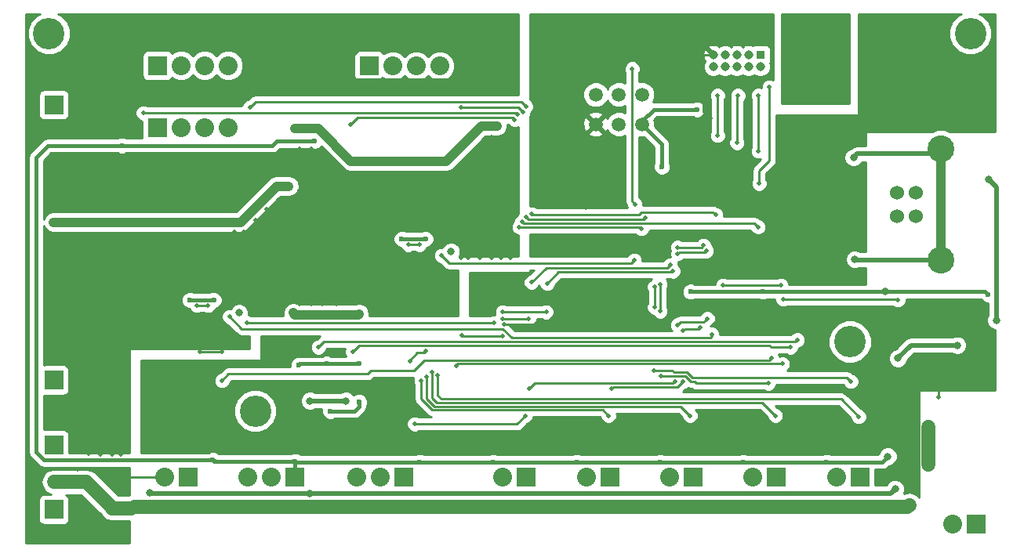
<source format=gbl>
G04 #@! TF.FileFunction,Copper,L2,Bot,Signal*
%FSLAX46Y46*%
G04 Gerber Fmt 4.6, Leading zero omitted, Abs format (unit mm)*
G04 Created by KiCad (PCBNEW 4.0.1-stable) date 2018/01/12 13:37:46*
%MOMM*%
G01*
G04 APERTURE LIST*
%ADD10C,0.150000*%
%ADD11C,0.800100*%
%ADD12C,1.524000*%
%ADD13C,2.900000*%
%ADD14C,1.500000*%
%ADD15R,0.970000X0.970000*%
%ADD16C,0.970000*%
%ADD17R,2.032000X2.032000*%
%ADD18C,2.032000*%
%ADD19C,3.400000*%
%ADD20R,16.000000X5.000000*%
%ADD21C,0.599440*%
%ADD22C,0.500380*%
%ADD23C,1.143000*%
%ADD24C,0.889000*%
%ADD25C,0.381000*%
%ADD26C,0.254000*%
%ADD27C,1.524000*%
%ADD28C,1.016000*%
%ADD29C,0.508000*%
G04 APERTURE END LIST*
D10*
D11*
X76125000Y-53875000D03*
X53250000Y-60500000D03*
D12*
X124301000Y-47480000D03*
X124301000Y-50020000D03*
X126299980Y-50020000D03*
X126299980Y-47480000D03*
D13*
X129000000Y-42750520D03*
X129000000Y-54749480D03*
D14*
X91750000Y-40100000D03*
X94250000Y-40100000D03*
X96750000Y-40100000D03*
X96750000Y-36900000D03*
X94250000Y-36900000D03*
X91750000Y-36900000D03*
D15*
X109540000Y-32615000D03*
D16*
X109540000Y-33885000D03*
X108270000Y-32615000D03*
X108270000Y-33885000D03*
X107000000Y-32615000D03*
X107000000Y-33885000D03*
X105730000Y-32615000D03*
X105730000Y-33885000D03*
X104460000Y-32615000D03*
X104460000Y-33885000D03*
D17*
X67290000Y-33800000D03*
D18*
X69830000Y-33800000D03*
X72370000Y-33800000D03*
X74910000Y-33800000D03*
D17*
X44440000Y-40500000D03*
D18*
X46980000Y-40500000D03*
X49520000Y-40500000D03*
X52060000Y-40500000D03*
D17*
X44440000Y-33750000D03*
D18*
X46980000Y-33750000D03*
X49520000Y-33750000D03*
X52060000Y-33750000D03*
D17*
X59290000Y-78250000D03*
D18*
X56750000Y-78250000D03*
X54210000Y-78250000D03*
D17*
X71040000Y-78250000D03*
D18*
X68500000Y-78250000D03*
X65960000Y-78250000D03*
D17*
X102270000Y-78250000D03*
D18*
X99730000Y-78250000D03*
D17*
X33230000Y-81750000D03*
D18*
X35770000Y-81750000D03*
D17*
X132870000Y-83300000D03*
D18*
X130330000Y-83300000D03*
D17*
X120270000Y-78250000D03*
D18*
X117730000Y-78250000D03*
D17*
X111270000Y-78250000D03*
D18*
X108730000Y-78250000D03*
D17*
X84270000Y-78250000D03*
D18*
X81730000Y-78250000D03*
D17*
X33230000Y-74750000D03*
D18*
X35770000Y-74750000D03*
D17*
X47770000Y-78250000D03*
D18*
X45230000Y-78250000D03*
D17*
X33230000Y-67750000D03*
D18*
X35770000Y-67750000D03*
D17*
X93270000Y-78250000D03*
D18*
X90730000Y-78250000D03*
D19*
X132200000Y-30300000D03*
X119200000Y-63600000D03*
X55000000Y-71100000D03*
X32700000Y-30300000D03*
D17*
X33230000Y-38000000D03*
D18*
X35770000Y-38000000D03*
D20*
X48250000Y-55250000D03*
X71120000Y-48620000D03*
D11*
X123000000Y-58200000D03*
X123300000Y-76000000D03*
D21*
X98700000Y-76600000D03*
D22*
X116250000Y-33250000D03*
X114750000Y-33250000D03*
X115500000Y-33250000D03*
X116250000Y-32250000D03*
X114750000Y-32250000D03*
X115500000Y-32250000D03*
X114000000Y-32750000D03*
X117000000Y-32750000D03*
X116250000Y-32750000D03*
X114750000Y-32750000D03*
X115500000Y-32698000D03*
D21*
X118200000Y-35100000D03*
X118200000Y-34100000D03*
X118200000Y-36100000D03*
X118200000Y-32700000D03*
X112700000Y-32700000D03*
X112700000Y-34100000D03*
X112700000Y-36200000D03*
X112700000Y-35100000D03*
X62700000Y-66000000D03*
X59290000Y-76510000D03*
X59700000Y-66100000D03*
X66200000Y-66000000D03*
X40600000Y-42400000D03*
X61400000Y-41900000D03*
X72750000Y-76600000D03*
X73400000Y-52500000D03*
X70800000Y-52500000D03*
X50500000Y-59100000D03*
X47900000Y-59100000D03*
X116700000Y-76600000D03*
X107700000Y-76600000D03*
X89700000Y-76600000D03*
X80700000Y-76600000D03*
X134100000Y-58500000D03*
X109800000Y-58200000D03*
X102000000Y-58200000D03*
X98900380Y-44700000D03*
X102700000Y-38500000D03*
X50400000Y-76400000D03*
D22*
X112000000Y-59000000D03*
X111750000Y-57500000D03*
X105500000Y-57500000D03*
X124400000Y-59100000D03*
X84600000Y-68700000D03*
X100300000Y-67900000D03*
X100600000Y-61800000D03*
X103800000Y-61100000D03*
X84149160Y-71600000D03*
X72200000Y-72500000D03*
D23*
X121600000Y-67700000D03*
X125470002Y-69100000D03*
X127700000Y-72800000D03*
X127700000Y-76600000D03*
D22*
X128800000Y-69600000D03*
X128800000Y-66600000D03*
X37600000Y-44400000D03*
X73750000Y-35250000D03*
X68750000Y-35250000D03*
X78000000Y-33500000D03*
X62500000Y-33500000D03*
X35750000Y-56500000D03*
X38250000Y-56500000D03*
X43750000Y-56500000D03*
X40500000Y-56500000D03*
X42750000Y-56500000D03*
X41750000Y-56500000D03*
X39500000Y-56500000D03*
X37000000Y-56500000D03*
X37000000Y-55250000D03*
X39500000Y-55250000D03*
X41750000Y-55250000D03*
X43750000Y-55250000D03*
X45500000Y-55250000D03*
X44750000Y-55250000D03*
X42750000Y-55250000D03*
X40500000Y-55250000D03*
X38250000Y-55250000D03*
X35750000Y-55250000D03*
X34600000Y-71500000D03*
X34750000Y-65750000D03*
X34700000Y-69900000D03*
X34600000Y-73200000D03*
X35700000Y-73100000D03*
X35700000Y-70000000D03*
X35700000Y-71600000D03*
X35750000Y-65750000D03*
X37000000Y-73200000D03*
X37000000Y-70000000D03*
X37000000Y-65750000D03*
X37000000Y-63250000D03*
X37000000Y-60250000D03*
X37000000Y-57750000D03*
X37000000Y-59000000D03*
X37000000Y-61750000D03*
X37000000Y-64500000D03*
X37000000Y-71500000D03*
X37000000Y-75700000D03*
X35800000Y-77400000D03*
X35750000Y-57750000D03*
X34750000Y-63250000D03*
X34750000Y-60250000D03*
X34750000Y-57750000D03*
X34750000Y-59000000D03*
X34750000Y-61750000D03*
X34750000Y-64500000D03*
X51400000Y-64700000D03*
X49000000Y-64700000D03*
X57500000Y-51750000D03*
X59750000Y-51000000D03*
X59750000Y-43750000D03*
X50700000Y-44300000D03*
X45500000Y-44300000D03*
X40500000Y-63250000D03*
X43100000Y-63500000D03*
X74400000Y-75400000D03*
X71900000Y-75300000D03*
X71600000Y-58400000D03*
X76200000Y-58000000D03*
X81900000Y-61700000D03*
X81700000Y-59100000D03*
X89500000Y-60500000D03*
X90600000Y-57500000D03*
X100900000Y-60400000D03*
X101200000Y-56900000D03*
X116700000Y-40900000D03*
X104100000Y-39500000D03*
X119700000Y-40900000D03*
X113214000Y-40700000D03*
X122400000Y-37300000D03*
X90400000Y-47700000D03*
X90700000Y-49100000D03*
D11*
X119500000Y-56500000D03*
D22*
X65000000Y-58250000D03*
X65000000Y-55250000D03*
X65000000Y-52250000D03*
X65000000Y-49750000D03*
X65000000Y-51000000D03*
X65000000Y-53750000D03*
X65000000Y-56750000D03*
X63750000Y-58250000D03*
X63750000Y-55250000D03*
X63750000Y-52250000D03*
X63750000Y-49750000D03*
X63750000Y-51000000D03*
X63750000Y-53750000D03*
X63750000Y-56750000D03*
X63750000Y-59500000D03*
X62250000Y-58250000D03*
X62250000Y-55250000D03*
X62250000Y-52250000D03*
X62250000Y-49750000D03*
X62250000Y-51000000D03*
X62250000Y-53750000D03*
X62250000Y-56750000D03*
X62250000Y-59500000D03*
X61000000Y-58250000D03*
X61000000Y-55250000D03*
X61000000Y-52250000D03*
X61000000Y-49750000D03*
X59750000Y-49750000D03*
X61000000Y-51000000D03*
X61000000Y-53750000D03*
X61000000Y-56750000D03*
X61000000Y-59500000D03*
X66500000Y-51000000D03*
X66500000Y-49750000D03*
X66500000Y-52250000D03*
X59750000Y-59500000D03*
X59750000Y-55250000D03*
X59750000Y-52250000D03*
X59750000Y-53750000D03*
X59750000Y-56750000D03*
X59750000Y-58250000D03*
X67500000Y-49750000D03*
X68500000Y-49750000D03*
X62250000Y-43750000D03*
X62250000Y-44750000D03*
X61000000Y-43750000D03*
X59750000Y-42750000D03*
X61000000Y-42750000D03*
X61000000Y-44750000D03*
X63750000Y-46000000D03*
X59750000Y-44750000D03*
X61000000Y-46000000D03*
X65000000Y-46000000D03*
X62250000Y-46000000D03*
X59750000Y-46000000D03*
X62250000Y-42750000D03*
X66250000Y-47250000D03*
X66250000Y-46000000D03*
X75750000Y-47250000D03*
X75750000Y-46000000D03*
X76750000Y-46000000D03*
X76750000Y-47250000D03*
X76750000Y-44750000D03*
X78000000Y-44750000D03*
X78000000Y-47250000D03*
X78000000Y-46000000D03*
X78000000Y-43500000D03*
X79250000Y-43500000D03*
X79250000Y-46000000D03*
X79250000Y-47250000D03*
X79250000Y-44750000D03*
X79250000Y-42500000D03*
X80500000Y-42500000D03*
X80500000Y-44750000D03*
X80500000Y-47250000D03*
X80500000Y-46000000D03*
X80500000Y-43500000D03*
X80500000Y-41500000D03*
X81500000Y-42500000D03*
X81500000Y-44750000D03*
X81500000Y-47250000D03*
X81500000Y-46000000D03*
X81500000Y-43500000D03*
X81500000Y-41500000D03*
X82500000Y-42500000D03*
X82500000Y-44750000D03*
X82500000Y-47250000D03*
X74750000Y-47250000D03*
X82500000Y-46000000D03*
X82500000Y-43500000D03*
X82500000Y-41500000D03*
X78000000Y-54500000D03*
X78000000Y-52250000D03*
X78000000Y-49750000D03*
X78000000Y-51000000D03*
X78000000Y-53500000D03*
X77250000Y-54500000D03*
X75750000Y-51000000D03*
X75750000Y-49750000D03*
X75750000Y-52250000D03*
X76750000Y-52250000D03*
X76750000Y-49750000D03*
X76750000Y-51000000D03*
X76750000Y-53000000D03*
X79250000Y-53500000D03*
X79250000Y-51000000D03*
X79250000Y-49750000D03*
X79250000Y-52250000D03*
X79250000Y-54500000D03*
X80500000Y-53500000D03*
X80500000Y-51000000D03*
X80500000Y-49750000D03*
X80500000Y-52250000D03*
X80500000Y-54500000D03*
X81500000Y-53500000D03*
X81500000Y-51000000D03*
X81500000Y-49750000D03*
X81500000Y-52250000D03*
X81500000Y-54500000D03*
X82500000Y-53500000D03*
X82500000Y-51000000D03*
X74750000Y-49750000D03*
X73750000Y-49750000D03*
X82500000Y-49750000D03*
X82500000Y-52250000D03*
X82500000Y-54500000D03*
X81500000Y-48500000D03*
X79250000Y-48500000D03*
X78000000Y-48500000D03*
X80500000Y-48500000D03*
X82500000Y-48500000D03*
X61000000Y-47250000D03*
X63750000Y-47250000D03*
X67500000Y-47250000D03*
X65000000Y-47250000D03*
X62250000Y-47250000D03*
X59750000Y-47250000D03*
X61000000Y-48500000D03*
X63750000Y-48500000D03*
X65000000Y-48500000D03*
X62250000Y-48500000D03*
X59750000Y-48500000D03*
X76500000Y-48500000D03*
X75750000Y-48500000D03*
X74750000Y-48500000D03*
X73750000Y-48500000D03*
X66250000Y-48500000D03*
X68500000Y-48500000D03*
X67500000Y-48500000D03*
X68500000Y-47250000D03*
X57500000Y-49250000D03*
X56250000Y-51750000D03*
X57500000Y-50500000D03*
X57500000Y-48250000D03*
X56250000Y-50500000D03*
X56250000Y-49250000D03*
X55000000Y-51750000D03*
X55000000Y-50500000D03*
X57500000Y-59500000D03*
X57500000Y-57500000D03*
X56250000Y-56500000D03*
X57500000Y-56500000D03*
X57500000Y-58500000D03*
X57500000Y-60750000D03*
X56250000Y-59500000D03*
X56250000Y-57500000D03*
X56250000Y-58500000D03*
X56250000Y-60750000D03*
X55000000Y-59500000D03*
X55000000Y-57500000D03*
X55000000Y-56500000D03*
X55000000Y-58500000D03*
X55000000Y-60750000D03*
X53750000Y-58500000D03*
X53750000Y-56500000D03*
X53750000Y-57500000D03*
X53750000Y-59500000D03*
X52750000Y-57500000D03*
X52750000Y-56500000D03*
X52750000Y-58500000D03*
X53750000Y-51750000D03*
X52750000Y-52750000D03*
X52750000Y-51750000D03*
X56250000Y-52750000D03*
X53750000Y-52750000D03*
X55000000Y-52750000D03*
X57500000Y-52750000D03*
X52750000Y-54000000D03*
X51750000Y-56500000D03*
X51000000Y-56500000D03*
X56250000Y-54000000D03*
X53750000Y-54000000D03*
X51750000Y-54000000D03*
X55000000Y-54000000D03*
X57500000Y-54000000D03*
X56250000Y-55250000D03*
X53750000Y-55250000D03*
X51750000Y-55250000D03*
X52750000Y-55250000D03*
X55000000Y-55250000D03*
X57500000Y-55250000D03*
X35750000Y-63250000D03*
X35750000Y-60250000D03*
X35750000Y-59000000D03*
X35750000Y-61750000D03*
X35750000Y-64500000D03*
X38250000Y-74750000D03*
X38250000Y-71500000D03*
X38250000Y-68500000D03*
X38250000Y-65750000D03*
X38250000Y-63250000D03*
X38250000Y-60250000D03*
X38250000Y-57750000D03*
X38250000Y-59000000D03*
X38250000Y-61750000D03*
X38250000Y-64500000D03*
X38250000Y-67250000D03*
X38250000Y-70000000D03*
X38250000Y-73250000D03*
X38250000Y-75750000D03*
X39500000Y-74750000D03*
X39500000Y-71500000D03*
X39500000Y-68500000D03*
X39500000Y-65750000D03*
X39500000Y-63250000D03*
X39500000Y-60250000D03*
X39500000Y-57750000D03*
X39500000Y-59000000D03*
X39500000Y-61750000D03*
X39500000Y-64500000D03*
X39500000Y-67250000D03*
X39500000Y-70000000D03*
X39500000Y-73250000D03*
X39500000Y-75750000D03*
X40500000Y-75750000D03*
X40500000Y-73250000D03*
X40500000Y-70000000D03*
X40500000Y-67250000D03*
X40500000Y-64500000D03*
X40500000Y-65750000D03*
X40500000Y-68500000D03*
X40500000Y-71500000D03*
X40500000Y-74750000D03*
X40500000Y-61750000D03*
X40500000Y-59000000D03*
X40500000Y-57750000D03*
X40500000Y-60250000D03*
X41750000Y-60250000D03*
X41750000Y-57750000D03*
X41750000Y-59000000D03*
X41750000Y-61750000D03*
X34750000Y-55250000D03*
X43750000Y-54000000D03*
X35750000Y-54000000D03*
X38250000Y-54000000D03*
X40500000Y-54000000D03*
X42750000Y-54000000D03*
X41750000Y-54000000D03*
X39500000Y-54000000D03*
X37000000Y-54000000D03*
X34750000Y-54000000D03*
X34750000Y-56500000D03*
X42750000Y-57750000D03*
X43750000Y-57750000D03*
X35750000Y-53000000D03*
X38250000Y-53000000D03*
X40500000Y-53000000D03*
X42750000Y-53000000D03*
X43750000Y-53000000D03*
X41750000Y-53000000D03*
X39500000Y-53000000D03*
X37000000Y-53000000D03*
X34750000Y-53000000D03*
X35750000Y-52000000D03*
X38250000Y-52000000D03*
X39500000Y-52000000D03*
X40500000Y-52000000D03*
X37000000Y-52000000D03*
X34750000Y-52000000D03*
X41750000Y-52000000D03*
X43750000Y-52000000D03*
X42750000Y-52000000D03*
X44750000Y-54000000D03*
X44750000Y-56500000D03*
X45500000Y-56500000D03*
X51000000Y-55250000D03*
X73750000Y-47250000D03*
X45500000Y-54000000D03*
X51000000Y-54000000D03*
X70250000Y-47750000D03*
X70250000Y-49500000D03*
X72000000Y-49500000D03*
X72000000Y-47750000D03*
X71000000Y-47750000D03*
X71250000Y-49500000D03*
X72250000Y-48750000D03*
X70000000Y-48750000D03*
X71125000Y-48625000D03*
X47250000Y-56250000D03*
X47250000Y-54250000D03*
X49250000Y-56250000D03*
X49250000Y-54250000D03*
X48250000Y-56250000D03*
X48250000Y-54250000D03*
X47250000Y-55250000D03*
X48250000Y-55250000D03*
X49250000Y-55250000D03*
X111900000Y-66000000D03*
X76700000Y-66200000D03*
X72700000Y-53100000D03*
X71500000Y-53100000D03*
X71700000Y-65700000D03*
X73400000Y-64600000D03*
D11*
X119600000Y-43700000D03*
X119700000Y-54700000D03*
D24*
X129000000Y-54749480D03*
D21*
X66200000Y-70100000D03*
X63100000Y-71100000D03*
D22*
X49900000Y-59700000D03*
X48700000Y-59700000D03*
X96000000Y-48800000D03*
X95700000Y-34100000D03*
X100100000Y-56000000D03*
X86500000Y-57300000D03*
X103700000Y-53800000D03*
X100600000Y-54100000D03*
X86400000Y-60400000D03*
X81700000Y-60400000D03*
X113500000Y-63400000D03*
X61800000Y-64200000D03*
X103400000Y-53200000D03*
X84800000Y-57200000D03*
X100600000Y-53400000D03*
X99800000Y-55300000D03*
X84500000Y-61100000D03*
X81700000Y-61100000D03*
X65500000Y-64700000D03*
X112800000Y-64200000D03*
X109300000Y-43000000D03*
X109300000Y-37000000D03*
X104900000Y-41300000D03*
X104900000Y-37000000D03*
X107000000Y-42100000D03*
X107100000Y-37000000D03*
X109400000Y-46500000D03*
X110500000Y-36100000D03*
D11*
X130800000Y-64000000D03*
X124400000Y-65400000D03*
X124100000Y-79500000D03*
X135000000Y-61300000D03*
X134200000Y-46100000D03*
X43600000Y-79900000D03*
X60900000Y-80000000D03*
X64770000Y-70000000D03*
X60900000Y-70000000D03*
D23*
X125600000Y-81270002D03*
D24*
X41600000Y-81600000D03*
D23*
X33250000Y-78750000D03*
D24*
X33200000Y-50700000D03*
X43700000Y-50700000D03*
D21*
X46700000Y-50700000D03*
X49800000Y-50600000D03*
D24*
X58600000Y-46800000D03*
X59100000Y-60500000D03*
X66200000Y-60600000D03*
D21*
X72700000Y-44100000D03*
X69500000Y-44100000D03*
D24*
X81100000Y-40300000D03*
X59300000Y-40600000D03*
X66500000Y-44100000D03*
D22*
X51400000Y-67800000D03*
X110700000Y-65400000D03*
X84200000Y-50100000D03*
X97100000Y-50200000D03*
X83900000Y-38800000D03*
X77200000Y-38300000D03*
X83500000Y-51200000D03*
X96700000Y-51400000D03*
X83000000Y-39600000D03*
X65300000Y-40100000D03*
X119300000Y-67900000D03*
X98100000Y-57700000D03*
X98100000Y-59900000D03*
X98000000Y-66700000D03*
X120149160Y-71700000D03*
X74700000Y-67200000D03*
X98700000Y-57400000D03*
X98700000Y-60300000D03*
X98800000Y-67300000D03*
X110400000Y-68100000D03*
X111149160Y-71600000D03*
X74100000Y-66900000D03*
X77300000Y-62900000D03*
X81700000Y-63000000D03*
X95900000Y-54800000D03*
X75100000Y-54300000D03*
X104700000Y-49900000D03*
X84800000Y-49800000D03*
X84200000Y-38200000D03*
X54400000Y-38300000D03*
X83800000Y-50600000D03*
X109300000Y-51200000D03*
X42900000Y-38900000D03*
X83300000Y-39000000D03*
X101949900Y-71600000D03*
X73500000Y-67400000D03*
X101200000Y-62400000D03*
X101200000Y-67900000D03*
X93500000Y-68700000D03*
X103000000Y-62100000D03*
X72900000Y-67800000D03*
X93149160Y-71600000D03*
X54100000Y-61600000D03*
X80800000Y-61600000D03*
X104300000Y-62800000D03*
X52200000Y-60900000D03*
D25*
X122200000Y-76600000D02*
X122700000Y-76600000D01*
X116700000Y-76600000D02*
X122200000Y-76600000D01*
X122700000Y-76600000D02*
X123300000Y-76000000D01*
X31300000Y-71000000D02*
X31300000Y-75550000D01*
X38700000Y-76400000D02*
X37600000Y-76400000D01*
X38700000Y-76400000D02*
X39100000Y-76400000D01*
X32150000Y-76400000D02*
X37600000Y-76400000D01*
X31300000Y-75550000D02*
X32150000Y-76400000D01*
D26*
X115500000Y-32698000D02*
X115698000Y-32698000D01*
X115698000Y-32698000D02*
X116250000Y-33250000D01*
X115500000Y-32698000D02*
X115302000Y-32698000D01*
X115302000Y-32698000D02*
X114750000Y-33250000D01*
X115500000Y-32698000D02*
X115500000Y-33250000D01*
X115500000Y-32698000D02*
X115802000Y-32698000D01*
X115802000Y-32698000D02*
X116250000Y-32250000D01*
X115500000Y-32698000D02*
X115198000Y-32698000D01*
X115198000Y-32698000D02*
X114750000Y-32250000D01*
X115500000Y-32698000D02*
X115500000Y-32250000D01*
X115500000Y-32698000D02*
X114052000Y-32698000D01*
X114052000Y-32698000D02*
X114000000Y-32750000D01*
X115500000Y-32698000D02*
X116948000Y-32698000D01*
X116948000Y-32698000D02*
X117000000Y-32750000D01*
X115500000Y-32698000D02*
X116198000Y-32698000D01*
X116198000Y-32698000D02*
X116250000Y-32750000D01*
X115500000Y-32698000D02*
X114802000Y-32698000D01*
X114802000Y-32698000D02*
X114750000Y-32750000D01*
X115500000Y-32698000D02*
X115500000Y-32750000D01*
D25*
X31300000Y-50100000D02*
X31300000Y-71000000D01*
X31300000Y-71000000D02*
X31300000Y-71250000D01*
X38000000Y-76400000D02*
X39100000Y-76400000D01*
X59290000Y-76500000D02*
X59290000Y-76510000D01*
X59700000Y-66100000D02*
X59800000Y-66000000D01*
X59800000Y-66000000D02*
X62700000Y-66000000D01*
X62700000Y-66000000D02*
X66200000Y-66000000D01*
X57300000Y-41900000D02*
X61400000Y-41900000D01*
X56800000Y-42400000D02*
X57300000Y-41900000D01*
X40600000Y-42400000D02*
X56800000Y-42400000D01*
X70800000Y-52500000D02*
X73400000Y-52500000D01*
X47900000Y-59100000D02*
X50500000Y-59100000D01*
X59290000Y-76500000D02*
X59290000Y-76510000D01*
X59290000Y-76510000D02*
X50610000Y-76510000D01*
X59290000Y-78250000D02*
X59290000Y-76510000D01*
X107700000Y-76600000D02*
X116700000Y-76600000D01*
X89700000Y-76600000D02*
X98700000Y-76600000D01*
X98700000Y-76600000D02*
X107700000Y-76600000D01*
X83000000Y-76600000D02*
X89700000Y-76600000D01*
X80700000Y-76600000D02*
X83000000Y-76600000D01*
X59380000Y-76600000D02*
X72750000Y-76600000D01*
X59290000Y-76510000D02*
X59380000Y-76600000D01*
X72750000Y-76600000D02*
X80700000Y-76600000D01*
X109800000Y-58200000D02*
X123000000Y-58200000D01*
X123000000Y-58200000D02*
X133800000Y-58200000D01*
X133800000Y-58200000D02*
X134100000Y-58500000D01*
X108300000Y-58200000D02*
X109800000Y-58200000D01*
X106100000Y-58200000D02*
X108300000Y-58200000D01*
X102000000Y-58200000D02*
X106100000Y-58200000D01*
X96750000Y-40100000D02*
X98900000Y-42250000D01*
X98900000Y-44699620D02*
X98900000Y-42250000D01*
X98900000Y-44699620D02*
X98900380Y-44700000D01*
X96750000Y-40100000D02*
X96750000Y-39750000D01*
X98000000Y-38500000D02*
X102700000Y-38500000D01*
X96750000Y-39750000D02*
X98000000Y-38500000D01*
X50610000Y-76510000D02*
X50600000Y-76500000D01*
X32600000Y-42400000D02*
X40600000Y-42400000D01*
X50400000Y-76400000D02*
X39100000Y-76400000D01*
X31300000Y-49500000D02*
X31300000Y-43700000D01*
X31300000Y-50200000D02*
X31300000Y-50100000D01*
X31300000Y-50100000D02*
X31300000Y-49500000D01*
X31300000Y-43700000D02*
X32600000Y-42400000D01*
X50400000Y-76400000D02*
X50510000Y-76510000D01*
X50510000Y-76510000D02*
X50610000Y-76510000D01*
D26*
X105500000Y-57500000D02*
X111750000Y-57500000D01*
X124300000Y-59000000D02*
X117200000Y-59000000D01*
X117200000Y-59000000D02*
X117000000Y-59000000D01*
X124400000Y-59100000D02*
X124300000Y-59000000D01*
X117000000Y-59000000D02*
X112000000Y-59000000D01*
X103600000Y-61300000D02*
X103800000Y-61100000D01*
X84600000Y-68700000D02*
X85181002Y-68118998D01*
X85181002Y-68118998D02*
X100081002Y-68118998D01*
X100081002Y-68118998D02*
X100300000Y-67900000D01*
X103400000Y-61500000D02*
X103600000Y-61300000D01*
X100900000Y-61500000D02*
X103400000Y-61500000D01*
X100600000Y-61800000D02*
X100900000Y-61500000D01*
X83249160Y-72500000D02*
X72200000Y-72500000D01*
X83249160Y-72500000D02*
X84149160Y-71600000D01*
D27*
X124070002Y-67700000D02*
X121600000Y-67700000D01*
X125470002Y-69100000D02*
X124070002Y-67700000D01*
X127700000Y-72800000D02*
X127700000Y-76100000D01*
X127700000Y-76100000D02*
X127700000Y-76900000D01*
X127700000Y-76900000D02*
X127700000Y-76600000D01*
D26*
X128800000Y-66600000D02*
X128800000Y-69600000D01*
X37700000Y-44300000D02*
X37600000Y-44400000D01*
X45500000Y-44300000D02*
X37700000Y-44300000D01*
X76250000Y-35250000D02*
X78000000Y-33500000D01*
X64250000Y-35250000D02*
X68750000Y-35250000D01*
X68750000Y-35250000D02*
X73750000Y-35250000D01*
X73750000Y-35250000D02*
X76250000Y-35250000D01*
X62500000Y-33500000D02*
X64250000Y-35250000D01*
X39000000Y-78200000D02*
X38500000Y-78200000D01*
X45230000Y-78250000D02*
X45180000Y-78200000D01*
X39000000Y-78200000D02*
X45180000Y-78200000D01*
X37700000Y-77400000D02*
X35800000Y-77400000D01*
X38500000Y-78200000D02*
X37700000Y-77400000D01*
X122400000Y-37300000D02*
X123700000Y-37300000D01*
X123700000Y-37300000D02*
X125750000Y-35250000D01*
X49000000Y-64700000D02*
X51400000Y-64700000D01*
X57500000Y-51750000D02*
X59000000Y-51750000D01*
X59000000Y-51750000D02*
X59750000Y-51000000D01*
X50700000Y-44300000D02*
X59200000Y-44300000D01*
X59200000Y-44300000D02*
X59750000Y-43750000D01*
X45500000Y-44300000D02*
X50700000Y-44300000D01*
X42850000Y-63250000D02*
X40500000Y-63250000D01*
X43100000Y-63500000D02*
X42850000Y-63250000D01*
X72000000Y-75400000D02*
X74400000Y-75400000D01*
X71900000Y-75300000D02*
X72000000Y-75400000D01*
X75800000Y-58400000D02*
X71600000Y-58400000D01*
X76200000Y-58000000D02*
X75800000Y-58400000D01*
X89500000Y-61500000D02*
X89500000Y-60500000D01*
X89300000Y-61700000D02*
X89500000Y-61500000D01*
X89000000Y-61700000D02*
X89300000Y-61700000D01*
X81900000Y-61700000D02*
X89000000Y-61700000D01*
X81800000Y-59000000D02*
X90600000Y-59000000D01*
X81700000Y-59100000D02*
X81800000Y-59000000D01*
X89500000Y-60500000D02*
X90600000Y-59400000D01*
X90600000Y-59400000D02*
X90600000Y-59000000D01*
X90600000Y-59000000D02*
X90600000Y-57500000D01*
X100900000Y-57200000D02*
X100900000Y-60400000D01*
X101200000Y-56900000D02*
X100900000Y-57200000D01*
X103485000Y-32615000D02*
X104460000Y-32615000D01*
X103400000Y-32700000D02*
X103485000Y-32615000D01*
X103400000Y-38800000D02*
X103400000Y-32700000D01*
X104100000Y-39500000D02*
X103400000Y-38800000D01*
X113414000Y-40900000D02*
X113214000Y-40700000D01*
X113414000Y-40900000D02*
X116700000Y-40900000D01*
X122400000Y-38700000D02*
X122400000Y-37300000D01*
X120200000Y-40900000D02*
X122400000Y-38700000D01*
X116700000Y-40900000D02*
X119700000Y-40900000D01*
X119700000Y-40900000D02*
X120200000Y-40900000D01*
X90400000Y-48800000D02*
X90400000Y-47700000D01*
X90700000Y-49100000D02*
X90400000Y-48800000D01*
X66250000Y-46000000D02*
X66500000Y-46000000D01*
X76500000Y-48500000D02*
X75750000Y-48500000D01*
X67500000Y-48500000D02*
X66250000Y-48500000D01*
X68500000Y-48500000D02*
X67500000Y-48500000D01*
X71125000Y-48625000D02*
X70250000Y-47750000D01*
X71125000Y-48625000D02*
X70250000Y-49500000D01*
X71125000Y-48625000D02*
X72000000Y-49500000D01*
X71125000Y-48625000D02*
X72000000Y-47750000D01*
X71125000Y-48625000D02*
X71125000Y-47875000D01*
X71125000Y-47875000D02*
X71000000Y-47750000D01*
X71125000Y-48625000D02*
X71125000Y-49375000D01*
X71125000Y-49375000D02*
X71250000Y-49500000D01*
X71125000Y-48625000D02*
X72125000Y-48625000D01*
X72125000Y-48625000D02*
X72250000Y-48750000D01*
X71125000Y-48625000D02*
X70125000Y-48625000D01*
X70125000Y-48625000D02*
X70000000Y-48750000D01*
X71125000Y-48625000D02*
X71250000Y-48750000D01*
X48250000Y-55250000D02*
X47250000Y-56250000D01*
X48250000Y-55250000D02*
X47250000Y-54250000D01*
X48250000Y-55250000D02*
X49250000Y-56250000D01*
X48250000Y-55250000D02*
X49250000Y-54250000D01*
X48250000Y-55250000D02*
X48250000Y-56250000D01*
X48250000Y-55250000D02*
X48250000Y-54250000D01*
X48250000Y-55250000D02*
X47250000Y-55250000D01*
X48250000Y-55250000D02*
X49250000Y-55250000D01*
X109400000Y-66000000D02*
X111900000Y-66000000D01*
X76900000Y-66000000D02*
X109400000Y-66000000D01*
X109400000Y-66000000D02*
X109500000Y-66000000D01*
X76700000Y-66200000D02*
X76900000Y-66000000D01*
X71500000Y-53100000D02*
X72700000Y-53100000D01*
X71700000Y-65600000D02*
X71700000Y-65700000D01*
X72500000Y-64800000D02*
X71700000Y-65600000D01*
X73200000Y-64800000D02*
X72500000Y-64800000D01*
X73400000Y-64600000D02*
X73200000Y-64800000D01*
D28*
X129000000Y-42750520D02*
X129000000Y-54749480D01*
D29*
X128450520Y-43300000D02*
X129000000Y-42750520D01*
X120000000Y-43300000D02*
X128450520Y-43300000D01*
X119600000Y-43700000D02*
X120000000Y-43300000D01*
X119700000Y-54700000D02*
X119749480Y-54749480D01*
X119749480Y-54749480D02*
X129000000Y-54749480D01*
D25*
X66200000Y-70600000D02*
X66200000Y-70100000D01*
X65700000Y-71100000D02*
X66200000Y-70600000D01*
X63100000Y-71100000D02*
X65700000Y-71100000D01*
D26*
X48700000Y-59700000D02*
X49900000Y-59700000D01*
X96000000Y-48700000D02*
X96000000Y-48800000D01*
X95700000Y-48400000D02*
X96000000Y-48700000D01*
X95700000Y-47700000D02*
X95700000Y-48400000D01*
X95700000Y-43100000D02*
X95700000Y-47700000D01*
X95700000Y-34100000D02*
X95700000Y-43100000D01*
X100000000Y-56100000D02*
X100100000Y-56000000D01*
X87700000Y-56100000D02*
X88700000Y-56100000D01*
X86500000Y-57300000D02*
X87700000Y-56100000D01*
X88700000Y-56100000D02*
X100000000Y-56100000D01*
X103600000Y-53900000D02*
X103700000Y-53800000D01*
X100800000Y-53900000D02*
X103600000Y-53900000D01*
X100600000Y-54100000D02*
X100800000Y-53900000D01*
X86400000Y-60400000D02*
X81700000Y-60400000D01*
X109500000Y-63600000D02*
X113300000Y-63600000D01*
X109500000Y-63600000D02*
X91500000Y-63600000D01*
X113300000Y-63600000D02*
X113500000Y-63400000D01*
X62400000Y-63600000D02*
X91500000Y-63600000D01*
X91500000Y-63600000D02*
X91600000Y-63600000D01*
X61800000Y-64200000D02*
X62400000Y-63600000D01*
X102300000Y-53400000D02*
X103200000Y-53400000D01*
X103200000Y-53400000D02*
X103400000Y-53200000D01*
X98200000Y-55600000D02*
X99500000Y-55600000D01*
X86400000Y-55600000D02*
X88300000Y-55600000D01*
X84800000Y-57200000D02*
X86400000Y-55600000D01*
X98200000Y-55600000D02*
X88300000Y-55600000D01*
X100600000Y-53400000D02*
X102300000Y-53400000D01*
X102300000Y-53400000D02*
X102400000Y-53400000D01*
X99500000Y-55600000D02*
X99800000Y-55300000D01*
X81700000Y-61100000D02*
X84500000Y-61100000D01*
X109500000Y-64000000D02*
X110500000Y-64000000D01*
X66200000Y-64000000D02*
X91600000Y-64000000D01*
X65500000Y-64700000D02*
X66200000Y-64000000D01*
X91600000Y-64000000D02*
X109500000Y-64000000D01*
X110700000Y-64200000D02*
X112800000Y-64200000D01*
X110500000Y-64000000D02*
X110700000Y-64200000D01*
X109300000Y-42600000D02*
X109300000Y-43000000D01*
X109300000Y-41900000D02*
X109300000Y-42600000D01*
X109300000Y-40400000D02*
X109300000Y-41900000D01*
X109300000Y-37000000D02*
X109300000Y-40400000D01*
X104900000Y-39500000D02*
X104900000Y-41300000D01*
X104900000Y-37000000D02*
X104900000Y-39500000D01*
X107000000Y-37100000D02*
X107000000Y-42100000D01*
X107100000Y-37000000D02*
X107000000Y-37100000D01*
X109400000Y-45100000D02*
X109400000Y-46500000D01*
X110500000Y-44000000D02*
X109400000Y-45100000D01*
X110500000Y-41300000D02*
X110500000Y-44000000D01*
X110500000Y-38500000D02*
X110500000Y-41300000D01*
X110500000Y-36100000D02*
X110500000Y-38500000D01*
D29*
X123500000Y-80000000D02*
X123600000Y-80000000D01*
X60900000Y-80000000D02*
X123500000Y-80000000D01*
X125800000Y-64000000D02*
X130800000Y-64000000D01*
X124400000Y-65400000D02*
X125800000Y-64000000D01*
X123600000Y-80000000D02*
X124100000Y-79500000D01*
X135000000Y-60800000D02*
X135000000Y-61300000D01*
X135000000Y-46900000D02*
X135000000Y-60800000D01*
X134200000Y-46100000D02*
X135000000Y-46900000D01*
X60900000Y-80000000D02*
X43700000Y-80000000D01*
X43700000Y-80000000D02*
X43600000Y-79900000D01*
X60900000Y-70000000D02*
X64770000Y-70000000D01*
D28*
X41700000Y-81500000D02*
X41600000Y-81600000D01*
X41700000Y-81500000D02*
X42000000Y-81500000D01*
D27*
X42000000Y-81500000D02*
X125370002Y-81500000D01*
X125370002Y-81500000D02*
X125600000Y-81270002D01*
X39750000Y-81600000D02*
X39600000Y-81600000D01*
X39600000Y-81600000D02*
X36750000Y-78750000D01*
X41600000Y-81600000D02*
X39750000Y-81600000D01*
X39750000Y-81600000D02*
X39500000Y-81600000D01*
X36750000Y-78750000D02*
X33250000Y-78750000D01*
D28*
X36000000Y-50700000D02*
X33200000Y-50700000D01*
X43700000Y-50700000D02*
X36000000Y-50700000D01*
X43700000Y-50700000D02*
X46700000Y-50700000D01*
D25*
X49800000Y-50600000D02*
X49800000Y-50700000D01*
D28*
X46700000Y-50700000D02*
X49800000Y-50700000D01*
X49800000Y-50700000D02*
X53400000Y-50700000D01*
X53400000Y-50700000D02*
X57300000Y-46800000D01*
X57300000Y-46800000D02*
X58600000Y-46800000D01*
X59300000Y-60700000D02*
X66100000Y-60700000D01*
X59100000Y-60500000D02*
X59300000Y-60700000D01*
X66100000Y-60700000D02*
X66200000Y-60600000D01*
X66500000Y-44100000D02*
X69500000Y-44100000D01*
X69500000Y-44100000D02*
X72700000Y-44100000D01*
X72700000Y-44100000D02*
X75600000Y-44100000D01*
X79400000Y-40300000D02*
X81100000Y-40300000D01*
X75600000Y-44100000D02*
X79400000Y-40300000D01*
X66500000Y-44100000D02*
X65300000Y-44100000D01*
X61800000Y-40600000D02*
X59300000Y-40600000D01*
X65300000Y-44100000D02*
X61800000Y-40600000D01*
D26*
X55000000Y-67100000D02*
X52100000Y-67100000D01*
X55000000Y-67100000D02*
X67100000Y-67100000D01*
X67100000Y-67100000D02*
X67500000Y-66700000D01*
X67500000Y-66700000D02*
X72100000Y-66700000D01*
X72100000Y-66700000D02*
X73200000Y-65600000D01*
X91400000Y-65600000D02*
X73200000Y-65600000D01*
X52100000Y-67100000D02*
X51400000Y-67800000D01*
X109500000Y-65600000D02*
X110500000Y-65600000D01*
X91400000Y-65600000D02*
X109500000Y-65600000D01*
X110500000Y-65600000D02*
X110700000Y-65400000D01*
X91400000Y-65600000D02*
X91500000Y-65600000D01*
X86900000Y-50400000D02*
X96900000Y-50400000D01*
X84200000Y-50100000D02*
X84500000Y-50400000D01*
X84500000Y-50400000D02*
X86900000Y-50400000D01*
X96900000Y-50400000D02*
X97100000Y-50200000D01*
X81700000Y-38300000D02*
X83400000Y-38300000D01*
X83400000Y-38300000D02*
X83900000Y-38800000D01*
X77200000Y-38300000D02*
X81700000Y-38300000D01*
X81700000Y-38300000D02*
X81750000Y-38300000D01*
X86800000Y-51200000D02*
X96500000Y-51200000D01*
X83500000Y-51200000D02*
X86800000Y-51200000D01*
X96500000Y-51200000D02*
X96700000Y-51400000D01*
X81700000Y-39400000D02*
X82800000Y-39400000D01*
X82800000Y-39400000D02*
X83000000Y-39600000D01*
X66000000Y-39400000D02*
X81700000Y-39400000D01*
X81700000Y-39400000D02*
X81750000Y-39400000D01*
X65300000Y-40100000D02*
X66000000Y-39400000D01*
X100200000Y-66900000D02*
X100000000Y-66700000D01*
X102200000Y-67500000D02*
X101800000Y-67100000D01*
X101800000Y-67100000D02*
X101700000Y-67000000D01*
X101700000Y-67000000D02*
X101600000Y-66900000D01*
X101600000Y-66900000D02*
X100200000Y-66900000D01*
X119300000Y-67900000D02*
X118900000Y-67500000D01*
X118900000Y-67500000D02*
X103300000Y-67500000D01*
X103300000Y-67500000D02*
X102200000Y-67500000D01*
X98100000Y-59900000D02*
X98100000Y-57700000D01*
X100000000Y-66700000D02*
X98000000Y-66700000D01*
X79600000Y-69800000D02*
X75100000Y-69800000D01*
X120149160Y-71700000D02*
X118249160Y-69800000D01*
X79600000Y-69800000D02*
X118249160Y-69800000D01*
X74700000Y-69400000D02*
X74700000Y-67200000D01*
X75100000Y-69800000D02*
X74700000Y-69400000D01*
X100300000Y-67300000D02*
X98800000Y-67300000D01*
X98700000Y-60300000D02*
X98700000Y-57400000D01*
X102000000Y-67900000D02*
X101400000Y-67300000D01*
X101400000Y-67300000D02*
X100300000Y-67300000D01*
X100300000Y-67300000D02*
X100200000Y-67300000D01*
X102600000Y-68100000D02*
X102400000Y-67900000D01*
X103000000Y-68100000D02*
X102600000Y-68100000D01*
X105800000Y-68100000D02*
X103000000Y-68100000D01*
X110400000Y-68100000D02*
X105800000Y-68100000D01*
X102400000Y-67900000D02*
X102000000Y-67900000D01*
X79600000Y-70200000D02*
X74600000Y-70200000D01*
X111149160Y-71600000D02*
X109749160Y-70200000D01*
X79600000Y-70200000D02*
X109749160Y-70200000D01*
X74100000Y-69700000D02*
X74100000Y-66900000D01*
X74600000Y-70200000D02*
X74100000Y-69700000D01*
X77300000Y-63000000D02*
X77300000Y-62900000D01*
X77800000Y-63000000D02*
X77300000Y-63000000D01*
X81700000Y-63000000D02*
X77800000Y-63000000D01*
X86200000Y-55100000D02*
X95600000Y-55100000D01*
X95600000Y-55100000D02*
X95900000Y-54800000D01*
X86300000Y-55100000D02*
X86200000Y-55100000D01*
X86200000Y-55100000D02*
X81800000Y-55100000D01*
X75100000Y-54300000D02*
X75900000Y-55100000D01*
X75900000Y-55100000D02*
X81800000Y-55100000D01*
X86800000Y-49900000D02*
X96400000Y-49900000D01*
X104400000Y-49600000D02*
X104700000Y-49900000D01*
X96700000Y-49600000D02*
X104400000Y-49600000D01*
X96400000Y-49900000D02*
X96700000Y-49600000D01*
X84900000Y-49900000D02*
X86800000Y-49900000D01*
X86800000Y-49900000D02*
X86900000Y-49900000D01*
X84800000Y-49800000D02*
X84900000Y-49900000D01*
X81700000Y-37700000D02*
X83700000Y-37700000D01*
X83700000Y-37700000D02*
X84200000Y-38200000D01*
X55000000Y-37700000D02*
X81700000Y-37700000D01*
X81700000Y-37700000D02*
X81750000Y-37700000D01*
X54400000Y-38300000D02*
X55000000Y-37700000D01*
X86800000Y-50800000D02*
X108900000Y-50800000D01*
X83800000Y-50600000D02*
X84000000Y-50800000D01*
X84000000Y-50800000D02*
X86800000Y-50800000D01*
X108900000Y-50800000D02*
X109300000Y-51200000D01*
X81750000Y-38900000D02*
X83200000Y-38900000D01*
X42900000Y-38900000D02*
X81750000Y-38900000D01*
X83200000Y-38900000D02*
X83300000Y-39000000D01*
X101949900Y-71600000D02*
X100949900Y-70600000D01*
X100949900Y-70600000D02*
X74300000Y-70600000D01*
X74300000Y-70600000D02*
X73500000Y-69800000D01*
X73500000Y-69800000D02*
X73500000Y-67400000D01*
X73500000Y-68000000D02*
X73500000Y-67400000D01*
X79600000Y-70600000D02*
X74300000Y-70600000D01*
X79600000Y-70600000D02*
X100949900Y-70600000D01*
X73500000Y-69800000D02*
X73500000Y-68000000D01*
X74300000Y-70600000D02*
X73500000Y-69800000D01*
X101500000Y-62200000D02*
X102900000Y-62200000D01*
X101200000Y-62400000D02*
X101400000Y-62200000D01*
X101400000Y-62200000D02*
X101500000Y-62200000D01*
X100600000Y-68500000D02*
X101200000Y-67900000D01*
X93700000Y-68500000D02*
X100600000Y-68500000D01*
X93500000Y-68700000D02*
X93700000Y-68500000D01*
X102900000Y-62200000D02*
X103000000Y-62100000D01*
X75250000Y-71000000D02*
X74100000Y-71000000D01*
X79750000Y-71000000D02*
X75250000Y-71000000D01*
X72900000Y-69800000D02*
X72900000Y-67800000D01*
X74100000Y-71000000D02*
X72900000Y-69800000D01*
X79750000Y-71000000D02*
X92549160Y-71000000D01*
X79600000Y-71000000D02*
X79750000Y-71000000D01*
X92549160Y-71000000D02*
X93149160Y-71600000D01*
X57800000Y-61600000D02*
X54100000Y-61600000D01*
X80700000Y-61600000D02*
X57800000Y-61600000D01*
X80800000Y-61600000D02*
X80700000Y-61600000D01*
X79800000Y-62200000D02*
X81700000Y-62200000D01*
X104300000Y-63000000D02*
X104300000Y-62800000D01*
X104100000Y-63200000D02*
X104300000Y-63000000D01*
X82700000Y-63200000D02*
X104100000Y-63200000D01*
X81700000Y-62200000D02*
X82700000Y-63200000D01*
X78500000Y-62200000D02*
X79800000Y-62200000D01*
X79800000Y-62200000D02*
X79900000Y-62200000D01*
X52200000Y-60900000D02*
X53500000Y-62200000D01*
X53500000Y-62200000D02*
X78500000Y-62200000D01*
G36*
X119123000Y-37873000D02*
X111877000Y-37873000D01*
X111877000Y-28185000D01*
X119123000Y-28185000D01*
X119123000Y-37873000D01*
X119123000Y-37873000D01*
G37*
X119123000Y-37873000D02*
X111877000Y-37873000D01*
X111877000Y-28185000D01*
X119123000Y-28185000D01*
X119123000Y-37873000D01*
G36*
X31379057Y-28319329D02*
X30721638Y-28975602D01*
X30365407Y-29833502D01*
X30364596Y-30762422D01*
X30719329Y-31620943D01*
X31375602Y-32278362D01*
X32233502Y-32634593D01*
X33162422Y-32635404D01*
X34020943Y-32280671D01*
X34678362Y-31624398D01*
X35034593Y-30766498D01*
X35035404Y-29837578D01*
X34680671Y-28979057D01*
X34024398Y-28321638D01*
X33695337Y-28185000D01*
X83373000Y-28185000D01*
X83373000Y-36938000D01*
X55000000Y-36938000D01*
X54708395Y-36996004D01*
X54461185Y-37161185D01*
X54195754Y-37426616D01*
X53899235Y-37549135D01*
X53650010Y-37797925D01*
X53514964Y-38123152D01*
X53514951Y-38138000D01*
X43373152Y-38138000D01*
X43076848Y-38014964D01*
X42724697Y-38014657D01*
X42399235Y-38149135D01*
X42150010Y-38397925D01*
X42014964Y-38723152D01*
X42014657Y-39075303D01*
X42149135Y-39400765D01*
X42397925Y-39649990D01*
X42723152Y-39785036D01*
X42776560Y-39785083D01*
X42776560Y-41516000D01*
X42787568Y-41574500D01*
X41049382Y-41574500D01*
X40786743Y-41465443D01*
X40414888Y-41465118D01*
X40150165Y-41574500D01*
X32600005Y-41574500D01*
X32600000Y-41574499D01*
X32284095Y-41637337D01*
X32016283Y-41816283D01*
X32016281Y-41816286D01*
X30716283Y-43116283D01*
X30537337Y-43384094D01*
X30481941Y-43662593D01*
X30474500Y-43700000D01*
X30474500Y-75550000D01*
X30537337Y-75865906D01*
X30716283Y-76133717D01*
X31566281Y-76983714D01*
X31566283Y-76983717D01*
X31785463Y-77130168D01*
X31834095Y-77162663D01*
X32150000Y-77225501D01*
X32150005Y-77225500D01*
X41373000Y-77225500D01*
X41373000Y-80203000D01*
X40178656Y-80203000D01*
X37737828Y-77762172D01*
X37284609Y-77459340D01*
X36750000Y-77353000D01*
X33250000Y-77353000D01*
X32715391Y-77459340D01*
X32262172Y-77762172D01*
X31959340Y-78215391D01*
X31853000Y-78750000D01*
X31959340Y-79284609D01*
X32262172Y-79737828D01*
X32715391Y-80040660D01*
X32946147Y-80086560D01*
X32214000Y-80086560D01*
X31978683Y-80130838D01*
X31762559Y-80269910D01*
X31617569Y-80482110D01*
X31566560Y-80734000D01*
X31566560Y-82766000D01*
X31610838Y-83001317D01*
X31749910Y-83217441D01*
X31962110Y-83362431D01*
X32214000Y-83413440D01*
X34246000Y-83413440D01*
X34481317Y-83369162D01*
X34697441Y-83230090D01*
X34842431Y-83017890D01*
X34893440Y-82766000D01*
X34893440Y-80734000D01*
X34849162Y-80498683D01*
X34710090Y-80282559D01*
X34511693Y-80147000D01*
X36171344Y-80147000D01*
X38310804Y-82286460D01*
X38512172Y-82587828D01*
X38965391Y-82890660D01*
X39500000Y-82997000D01*
X41373000Y-82997000D01*
X41373000Y-85315000D01*
X30185000Y-85315000D01*
X30185000Y-36984000D01*
X31566560Y-36984000D01*
X31566560Y-39016000D01*
X31610838Y-39251317D01*
X31749910Y-39467441D01*
X31962110Y-39612431D01*
X32214000Y-39663440D01*
X34246000Y-39663440D01*
X34481317Y-39619162D01*
X34697441Y-39480090D01*
X34842431Y-39267890D01*
X34893440Y-39016000D01*
X34893440Y-36984000D01*
X34849162Y-36748683D01*
X34710090Y-36532559D01*
X34497890Y-36387569D01*
X34246000Y-36336560D01*
X32214000Y-36336560D01*
X31978683Y-36380838D01*
X31762559Y-36519910D01*
X31617569Y-36732110D01*
X31566560Y-36984000D01*
X30185000Y-36984000D01*
X30185000Y-32734000D01*
X42776560Y-32734000D01*
X42776560Y-34766000D01*
X42820838Y-35001317D01*
X42959910Y-35217441D01*
X43172110Y-35362431D01*
X43424000Y-35413440D01*
X45456000Y-35413440D01*
X45691317Y-35369162D01*
X45907441Y-35230090D01*
X45995713Y-35100900D01*
X46043563Y-35148834D01*
X46650155Y-35400713D01*
X47306963Y-35401286D01*
X47913995Y-35150466D01*
X48250179Y-34814868D01*
X48583563Y-35148834D01*
X49190155Y-35400713D01*
X49846963Y-35401286D01*
X50453995Y-35150466D01*
X50790179Y-34814868D01*
X51123563Y-35148834D01*
X51730155Y-35400713D01*
X52386963Y-35401286D01*
X52993995Y-35150466D01*
X53458834Y-34686437D01*
X53710713Y-34079845D01*
X53711286Y-33423037D01*
X53460466Y-32816005D01*
X53428517Y-32784000D01*
X65626560Y-32784000D01*
X65626560Y-34816000D01*
X65670838Y-35051317D01*
X65809910Y-35267441D01*
X66022110Y-35412431D01*
X66274000Y-35463440D01*
X68306000Y-35463440D01*
X68541317Y-35419162D01*
X68757441Y-35280090D01*
X68845713Y-35150900D01*
X68893563Y-35198834D01*
X69500155Y-35450713D01*
X70156963Y-35451286D01*
X70763995Y-35200466D01*
X71100179Y-34864868D01*
X71433563Y-35198834D01*
X72040155Y-35450713D01*
X72696963Y-35451286D01*
X73303995Y-35200466D01*
X73640179Y-34864868D01*
X73973563Y-35198834D01*
X74580155Y-35450713D01*
X75236963Y-35451286D01*
X75843995Y-35200466D01*
X76308834Y-34736437D01*
X76560713Y-34129845D01*
X76561286Y-33473037D01*
X76310466Y-32866005D01*
X75846437Y-32401166D01*
X75239845Y-32149287D01*
X74583037Y-32148714D01*
X73976005Y-32399534D01*
X73639821Y-32735132D01*
X73306437Y-32401166D01*
X72699845Y-32149287D01*
X72043037Y-32148714D01*
X71436005Y-32399534D01*
X71099821Y-32735132D01*
X70766437Y-32401166D01*
X70159845Y-32149287D01*
X69503037Y-32148714D01*
X68896005Y-32399534D01*
X68845579Y-32449872D01*
X68770090Y-32332559D01*
X68557890Y-32187569D01*
X68306000Y-32136560D01*
X66274000Y-32136560D01*
X66038683Y-32180838D01*
X65822559Y-32319910D01*
X65677569Y-32532110D01*
X65626560Y-32784000D01*
X53428517Y-32784000D01*
X52996437Y-32351166D01*
X52389845Y-32099287D01*
X51733037Y-32098714D01*
X51126005Y-32349534D01*
X50789821Y-32685132D01*
X50456437Y-32351166D01*
X49849845Y-32099287D01*
X49193037Y-32098714D01*
X48586005Y-32349534D01*
X48249821Y-32685132D01*
X47916437Y-32351166D01*
X47309845Y-32099287D01*
X46653037Y-32098714D01*
X46046005Y-32349534D01*
X45995579Y-32399872D01*
X45920090Y-32282559D01*
X45707890Y-32137569D01*
X45456000Y-32086560D01*
X43424000Y-32086560D01*
X43188683Y-32130838D01*
X42972559Y-32269910D01*
X42827569Y-32482110D01*
X42776560Y-32734000D01*
X30185000Y-32734000D01*
X30185000Y-28185000D01*
X31704159Y-28185000D01*
X31379057Y-28319329D01*
X31379057Y-28319329D01*
G37*
X31379057Y-28319329D02*
X30721638Y-28975602D01*
X30365407Y-29833502D01*
X30364596Y-30762422D01*
X30719329Y-31620943D01*
X31375602Y-32278362D01*
X32233502Y-32634593D01*
X33162422Y-32635404D01*
X34020943Y-32280671D01*
X34678362Y-31624398D01*
X35034593Y-30766498D01*
X35035404Y-29837578D01*
X34680671Y-28979057D01*
X34024398Y-28321638D01*
X33695337Y-28185000D01*
X83373000Y-28185000D01*
X83373000Y-36938000D01*
X55000000Y-36938000D01*
X54708395Y-36996004D01*
X54461185Y-37161185D01*
X54195754Y-37426616D01*
X53899235Y-37549135D01*
X53650010Y-37797925D01*
X53514964Y-38123152D01*
X53514951Y-38138000D01*
X43373152Y-38138000D01*
X43076848Y-38014964D01*
X42724697Y-38014657D01*
X42399235Y-38149135D01*
X42150010Y-38397925D01*
X42014964Y-38723152D01*
X42014657Y-39075303D01*
X42149135Y-39400765D01*
X42397925Y-39649990D01*
X42723152Y-39785036D01*
X42776560Y-39785083D01*
X42776560Y-41516000D01*
X42787568Y-41574500D01*
X41049382Y-41574500D01*
X40786743Y-41465443D01*
X40414888Y-41465118D01*
X40150165Y-41574500D01*
X32600005Y-41574500D01*
X32600000Y-41574499D01*
X32284095Y-41637337D01*
X32016283Y-41816283D01*
X32016281Y-41816286D01*
X30716283Y-43116283D01*
X30537337Y-43384094D01*
X30481941Y-43662593D01*
X30474500Y-43700000D01*
X30474500Y-75550000D01*
X30537337Y-75865906D01*
X30716283Y-76133717D01*
X31566281Y-76983714D01*
X31566283Y-76983717D01*
X31785463Y-77130168D01*
X31834095Y-77162663D01*
X32150000Y-77225501D01*
X32150005Y-77225500D01*
X41373000Y-77225500D01*
X41373000Y-80203000D01*
X40178656Y-80203000D01*
X37737828Y-77762172D01*
X37284609Y-77459340D01*
X36750000Y-77353000D01*
X33250000Y-77353000D01*
X32715391Y-77459340D01*
X32262172Y-77762172D01*
X31959340Y-78215391D01*
X31853000Y-78750000D01*
X31959340Y-79284609D01*
X32262172Y-79737828D01*
X32715391Y-80040660D01*
X32946147Y-80086560D01*
X32214000Y-80086560D01*
X31978683Y-80130838D01*
X31762559Y-80269910D01*
X31617569Y-80482110D01*
X31566560Y-80734000D01*
X31566560Y-82766000D01*
X31610838Y-83001317D01*
X31749910Y-83217441D01*
X31962110Y-83362431D01*
X32214000Y-83413440D01*
X34246000Y-83413440D01*
X34481317Y-83369162D01*
X34697441Y-83230090D01*
X34842431Y-83017890D01*
X34893440Y-82766000D01*
X34893440Y-80734000D01*
X34849162Y-80498683D01*
X34710090Y-80282559D01*
X34511693Y-80147000D01*
X36171344Y-80147000D01*
X38310804Y-82286460D01*
X38512172Y-82587828D01*
X38965391Y-82890660D01*
X39500000Y-82997000D01*
X41373000Y-82997000D01*
X41373000Y-85315000D01*
X30185000Y-85315000D01*
X30185000Y-36984000D01*
X31566560Y-36984000D01*
X31566560Y-39016000D01*
X31610838Y-39251317D01*
X31749910Y-39467441D01*
X31962110Y-39612431D01*
X32214000Y-39663440D01*
X34246000Y-39663440D01*
X34481317Y-39619162D01*
X34697441Y-39480090D01*
X34842431Y-39267890D01*
X34893440Y-39016000D01*
X34893440Y-36984000D01*
X34849162Y-36748683D01*
X34710090Y-36532559D01*
X34497890Y-36387569D01*
X34246000Y-36336560D01*
X32214000Y-36336560D01*
X31978683Y-36380838D01*
X31762559Y-36519910D01*
X31617569Y-36732110D01*
X31566560Y-36984000D01*
X30185000Y-36984000D01*
X30185000Y-32734000D01*
X42776560Y-32734000D01*
X42776560Y-34766000D01*
X42820838Y-35001317D01*
X42959910Y-35217441D01*
X43172110Y-35362431D01*
X43424000Y-35413440D01*
X45456000Y-35413440D01*
X45691317Y-35369162D01*
X45907441Y-35230090D01*
X45995713Y-35100900D01*
X46043563Y-35148834D01*
X46650155Y-35400713D01*
X47306963Y-35401286D01*
X47913995Y-35150466D01*
X48250179Y-34814868D01*
X48583563Y-35148834D01*
X49190155Y-35400713D01*
X49846963Y-35401286D01*
X50453995Y-35150466D01*
X50790179Y-34814868D01*
X51123563Y-35148834D01*
X51730155Y-35400713D01*
X52386963Y-35401286D01*
X52993995Y-35150466D01*
X53458834Y-34686437D01*
X53710713Y-34079845D01*
X53711286Y-33423037D01*
X53460466Y-32816005D01*
X53428517Y-32784000D01*
X65626560Y-32784000D01*
X65626560Y-34816000D01*
X65670838Y-35051317D01*
X65809910Y-35267441D01*
X66022110Y-35412431D01*
X66274000Y-35463440D01*
X68306000Y-35463440D01*
X68541317Y-35419162D01*
X68757441Y-35280090D01*
X68845713Y-35150900D01*
X68893563Y-35198834D01*
X69500155Y-35450713D01*
X70156963Y-35451286D01*
X70763995Y-35200466D01*
X71100179Y-34864868D01*
X71433563Y-35198834D01*
X72040155Y-35450713D01*
X72696963Y-35451286D01*
X73303995Y-35200466D01*
X73640179Y-34864868D01*
X73973563Y-35198834D01*
X74580155Y-35450713D01*
X75236963Y-35451286D01*
X75843995Y-35200466D01*
X76308834Y-34736437D01*
X76560713Y-34129845D01*
X76561286Y-33473037D01*
X76310466Y-32866005D01*
X75846437Y-32401166D01*
X75239845Y-32149287D01*
X74583037Y-32148714D01*
X73976005Y-32399534D01*
X73639821Y-32735132D01*
X73306437Y-32401166D01*
X72699845Y-32149287D01*
X72043037Y-32148714D01*
X71436005Y-32399534D01*
X71099821Y-32735132D01*
X70766437Y-32401166D01*
X70159845Y-32149287D01*
X69503037Y-32148714D01*
X68896005Y-32399534D01*
X68845579Y-32449872D01*
X68770090Y-32332559D01*
X68557890Y-32187569D01*
X68306000Y-32136560D01*
X66274000Y-32136560D01*
X66038683Y-32180838D01*
X65822559Y-32319910D01*
X65677569Y-32532110D01*
X65626560Y-32784000D01*
X53428517Y-32784000D01*
X52996437Y-32351166D01*
X52389845Y-32099287D01*
X51733037Y-32098714D01*
X51126005Y-32349534D01*
X50789821Y-32685132D01*
X50456437Y-32351166D01*
X49849845Y-32099287D01*
X49193037Y-32098714D01*
X48586005Y-32349534D01*
X48249821Y-32685132D01*
X47916437Y-32351166D01*
X47309845Y-32099287D01*
X46653037Y-32098714D01*
X46046005Y-32349534D01*
X45995579Y-32399872D01*
X45920090Y-32282559D01*
X45707890Y-32137569D01*
X45456000Y-32086560D01*
X43424000Y-32086560D01*
X43188683Y-32130838D01*
X42972559Y-32269910D01*
X42827569Y-32482110D01*
X42776560Y-32734000D01*
X30185000Y-32734000D01*
X30185000Y-28185000D01*
X31704159Y-28185000D01*
X31379057Y-28319329D01*
G36*
X82497925Y-40349990D02*
X82823152Y-40485036D01*
X83175303Y-40485343D01*
X83373000Y-40403656D01*
X83373000Y-49783385D01*
X83355321Y-49825961D01*
X83299235Y-49849135D01*
X83050010Y-50097925D01*
X82914964Y-50423152D01*
X82914868Y-50533355D01*
X82750010Y-50697925D01*
X82614964Y-51023152D01*
X82614657Y-51375303D01*
X82749135Y-51700765D01*
X82997925Y-51949990D01*
X83323152Y-52085036D01*
X83373000Y-52085079D01*
X83373000Y-54338000D01*
X77053481Y-54338000D01*
X77159870Y-54081787D01*
X77160229Y-53670019D01*
X77002984Y-53289457D01*
X76712074Y-52998039D01*
X76331787Y-52840130D01*
X75920019Y-52839771D01*
X75539457Y-52997016D01*
X75248039Y-53287926D01*
X75195318Y-53414893D01*
X74924697Y-53414657D01*
X74599235Y-53549135D01*
X74350010Y-53797925D01*
X74214964Y-54123152D01*
X74214657Y-54475303D01*
X74349135Y-54800765D01*
X74597925Y-55049990D01*
X74896225Y-55173855D01*
X75361185Y-55638815D01*
X75608395Y-55803996D01*
X75900000Y-55862000D01*
X76873000Y-55862000D01*
X76873000Y-60838000D01*
X67295659Y-60838000D01*
X67343000Y-60600000D01*
X67255994Y-60162593D01*
X67008223Y-59791777D01*
X66637407Y-59544006D01*
X66200000Y-59457000D01*
X65762593Y-59544006D01*
X65743146Y-59557000D01*
X59706515Y-59557000D01*
X59537407Y-59444006D01*
X59100000Y-59357000D01*
X58662593Y-59444006D01*
X58291777Y-59691777D01*
X58044006Y-60062593D01*
X57957000Y-60500000D01*
X58024233Y-60838000D01*
X54573152Y-60838000D01*
X54280794Y-60716603D01*
X54284870Y-60706787D01*
X54285229Y-60295019D01*
X54127984Y-59914457D01*
X53837074Y-59623039D01*
X53456787Y-59465130D01*
X53045019Y-59464771D01*
X52664457Y-59622016D01*
X52373039Y-59912926D01*
X52330686Y-60014924D01*
X52024697Y-60014657D01*
X51699235Y-60149135D01*
X51450010Y-60397925D01*
X51314964Y-60723152D01*
X51314657Y-61075303D01*
X51449135Y-61400765D01*
X51697925Y-61649990D01*
X51996224Y-61773855D01*
X52961185Y-62738816D01*
X53087404Y-62823152D01*
X53208395Y-62903996D01*
X53500000Y-62962000D01*
X54373000Y-62962000D01*
X54373000Y-64373000D01*
X41500000Y-64373000D01*
X41450590Y-64383006D01*
X41408965Y-64411447D01*
X41381685Y-64453841D01*
X41373000Y-64500000D01*
X41373000Y-75574500D01*
X34893440Y-75574500D01*
X34893440Y-73734000D01*
X34849162Y-73498683D01*
X34710090Y-73282559D01*
X34497890Y-73137569D01*
X34246000Y-73086560D01*
X32214000Y-73086560D01*
X32125500Y-73103212D01*
X32125500Y-69395518D01*
X32214000Y-69413440D01*
X34246000Y-69413440D01*
X34481317Y-69369162D01*
X34697441Y-69230090D01*
X34842431Y-69017890D01*
X34893440Y-68766000D01*
X34893440Y-66734000D01*
X34849162Y-66498683D01*
X34710090Y-66282559D01*
X34497890Y-66137569D01*
X34246000Y-66086560D01*
X32214000Y-66086560D01*
X32125500Y-66103212D01*
X32125500Y-59285112D01*
X46965118Y-59285112D01*
X47107121Y-59628784D01*
X47369832Y-59891955D01*
X47713257Y-60034557D01*
X47880520Y-60034703D01*
X47949135Y-60200765D01*
X48197925Y-60449990D01*
X48523152Y-60585036D01*
X48875303Y-60585343D01*
X49173816Y-60462000D01*
X49426848Y-60462000D01*
X49723152Y-60585036D01*
X50075303Y-60585343D01*
X50400765Y-60450865D01*
X50649990Y-60202075D01*
X50726519Y-60017773D01*
X51028784Y-59892879D01*
X51291955Y-59630168D01*
X51434557Y-59286743D01*
X51434882Y-58914888D01*
X51292879Y-58571216D01*
X51030168Y-58308045D01*
X50686743Y-58165443D01*
X50314888Y-58165118D01*
X50050165Y-58274500D01*
X48349382Y-58274500D01*
X48086743Y-58165443D01*
X47714888Y-58165118D01*
X47371216Y-58307121D01*
X47108045Y-58569832D01*
X46965443Y-58913257D01*
X46965118Y-59285112D01*
X32125500Y-59285112D01*
X32125500Y-52685112D01*
X69865118Y-52685112D01*
X70007121Y-53028784D01*
X70269832Y-53291955D01*
X70613257Y-53434557D01*
X70680484Y-53434616D01*
X70749135Y-53600765D01*
X70997925Y-53849990D01*
X71323152Y-53985036D01*
X71675303Y-53985343D01*
X71973816Y-53862000D01*
X72226848Y-53862000D01*
X72523152Y-53985036D01*
X72875303Y-53985343D01*
X73200765Y-53850865D01*
X73449990Y-53602075D01*
X73519438Y-53434825D01*
X73585112Y-53434882D01*
X73928784Y-53292879D01*
X74191955Y-53030168D01*
X74334557Y-52686743D01*
X74334882Y-52314888D01*
X74192879Y-51971216D01*
X73930168Y-51708045D01*
X73586743Y-51565443D01*
X73214888Y-51565118D01*
X72950165Y-51674500D01*
X71249382Y-51674500D01*
X70986743Y-51565443D01*
X70614888Y-51565118D01*
X70271216Y-51707121D01*
X70008045Y-51969832D01*
X69865443Y-52313257D01*
X69865118Y-52685112D01*
X32125500Y-52685112D01*
X32125500Y-51044371D01*
X32144006Y-51137407D01*
X32391777Y-51508223D01*
X32762593Y-51755994D01*
X33200000Y-51843000D01*
X53400000Y-51843000D01*
X53837407Y-51755994D01*
X54208223Y-51508223D01*
X57773446Y-47943000D01*
X58600000Y-47943000D01*
X59037407Y-47855994D01*
X59408223Y-47608223D01*
X59655994Y-47237407D01*
X59743000Y-46800000D01*
X59655994Y-46362593D01*
X59408223Y-45991777D01*
X59037407Y-45744006D01*
X58600000Y-45657000D01*
X57300000Y-45657000D01*
X56862593Y-45744006D01*
X56491777Y-45991777D01*
X52926554Y-49557000D01*
X33200000Y-49557000D01*
X32762593Y-49644006D01*
X32391777Y-49891777D01*
X32144006Y-50262593D01*
X32125500Y-50355629D01*
X32125500Y-44041934D01*
X32941933Y-43225500D01*
X40150618Y-43225500D01*
X40413257Y-43334557D01*
X40785112Y-43334882D01*
X41049835Y-43225500D01*
X56800000Y-43225500D01*
X57115906Y-43162663D01*
X57383717Y-42983717D01*
X57641933Y-42725500D01*
X60950618Y-42725500D01*
X61213257Y-42834557D01*
X61585112Y-42834882D01*
X61928784Y-42692879D01*
X62102761Y-42519207D01*
X64491777Y-44908223D01*
X64862593Y-45155994D01*
X65300000Y-45243000D01*
X75600000Y-45243000D01*
X76037407Y-45155994D01*
X76408223Y-44908223D01*
X79873446Y-41443000D01*
X81100000Y-41443000D01*
X81537407Y-41355994D01*
X81908223Y-41108223D01*
X82155994Y-40737407D01*
X82243000Y-40300000D01*
X82215550Y-40162000D01*
X82310263Y-40162000D01*
X82497925Y-40349990D01*
X82497925Y-40349990D01*
G37*
X82497925Y-40349990D02*
X82823152Y-40485036D01*
X83175303Y-40485343D01*
X83373000Y-40403656D01*
X83373000Y-49783385D01*
X83355321Y-49825961D01*
X83299235Y-49849135D01*
X83050010Y-50097925D01*
X82914964Y-50423152D01*
X82914868Y-50533355D01*
X82750010Y-50697925D01*
X82614964Y-51023152D01*
X82614657Y-51375303D01*
X82749135Y-51700765D01*
X82997925Y-51949990D01*
X83323152Y-52085036D01*
X83373000Y-52085079D01*
X83373000Y-54338000D01*
X77053481Y-54338000D01*
X77159870Y-54081787D01*
X77160229Y-53670019D01*
X77002984Y-53289457D01*
X76712074Y-52998039D01*
X76331787Y-52840130D01*
X75920019Y-52839771D01*
X75539457Y-52997016D01*
X75248039Y-53287926D01*
X75195318Y-53414893D01*
X74924697Y-53414657D01*
X74599235Y-53549135D01*
X74350010Y-53797925D01*
X74214964Y-54123152D01*
X74214657Y-54475303D01*
X74349135Y-54800765D01*
X74597925Y-55049990D01*
X74896225Y-55173855D01*
X75361185Y-55638815D01*
X75608395Y-55803996D01*
X75900000Y-55862000D01*
X76873000Y-55862000D01*
X76873000Y-60838000D01*
X67295659Y-60838000D01*
X67343000Y-60600000D01*
X67255994Y-60162593D01*
X67008223Y-59791777D01*
X66637407Y-59544006D01*
X66200000Y-59457000D01*
X65762593Y-59544006D01*
X65743146Y-59557000D01*
X59706515Y-59557000D01*
X59537407Y-59444006D01*
X59100000Y-59357000D01*
X58662593Y-59444006D01*
X58291777Y-59691777D01*
X58044006Y-60062593D01*
X57957000Y-60500000D01*
X58024233Y-60838000D01*
X54573152Y-60838000D01*
X54280794Y-60716603D01*
X54284870Y-60706787D01*
X54285229Y-60295019D01*
X54127984Y-59914457D01*
X53837074Y-59623039D01*
X53456787Y-59465130D01*
X53045019Y-59464771D01*
X52664457Y-59622016D01*
X52373039Y-59912926D01*
X52330686Y-60014924D01*
X52024697Y-60014657D01*
X51699235Y-60149135D01*
X51450010Y-60397925D01*
X51314964Y-60723152D01*
X51314657Y-61075303D01*
X51449135Y-61400765D01*
X51697925Y-61649990D01*
X51996224Y-61773855D01*
X52961185Y-62738816D01*
X53087404Y-62823152D01*
X53208395Y-62903996D01*
X53500000Y-62962000D01*
X54373000Y-62962000D01*
X54373000Y-64373000D01*
X41500000Y-64373000D01*
X41450590Y-64383006D01*
X41408965Y-64411447D01*
X41381685Y-64453841D01*
X41373000Y-64500000D01*
X41373000Y-75574500D01*
X34893440Y-75574500D01*
X34893440Y-73734000D01*
X34849162Y-73498683D01*
X34710090Y-73282559D01*
X34497890Y-73137569D01*
X34246000Y-73086560D01*
X32214000Y-73086560D01*
X32125500Y-73103212D01*
X32125500Y-69395518D01*
X32214000Y-69413440D01*
X34246000Y-69413440D01*
X34481317Y-69369162D01*
X34697441Y-69230090D01*
X34842431Y-69017890D01*
X34893440Y-68766000D01*
X34893440Y-66734000D01*
X34849162Y-66498683D01*
X34710090Y-66282559D01*
X34497890Y-66137569D01*
X34246000Y-66086560D01*
X32214000Y-66086560D01*
X32125500Y-66103212D01*
X32125500Y-59285112D01*
X46965118Y-59285112D01*
X47107121Y-59628784D01*
X47369832Y-59891955D01*
X47713257Y-60034557D01*
X47880520Y-60034703D01*
X47949135Y-60200765D01*
X48197925Y-60449990D01*
X48523152Y-60585036D01*
X48875303Y-60585343D01*
X49173816Y-60462000D01*
X49426848Y-60462000D01*
X49723152Y-60585036D01*
X50075303Y-60585343D01*
X50400765Y-60450865D01*
X50649990Y-60202075D01*
X50726519Y-60017773D01*
X51028784Y-59892879D01*
X51291955Y-59630168D01*
X51434557Y-59286743D01*
X51434882Y-58914888D01*
X51292879Y-58571216D01*
X51030168Y-58308045D01*
X50686743Y-58165443D01*
X50314888Y-58165118D01*
X50050165Y-58274500D01*
X48349382Y-58274500D01*
X48086743Y-58165443D01*
X47714888Y-58165118D01*
X47371216Y-58307121D01*
X47108045Y-58569832D01*
X46965443Y-58913257D01*
X46965118Y-59285112D01*
X32125500Y-59285112D01*
X32125500Y-52685112D01*
X69865118Y-52685112D01*
X70007121Y-53028784D01*
X70269832Y-53291955D01*
X70613257Y-53434557D01*
X70680484Y-53434616D01*
X70749135Y-53600765D01*
X70997925Y-53849990D01*
X71323152Y-53985036D01*
X71675303Y-53985343D01*
X71973816Y-53862000D01*
X72226848Y-53862000D01*
X72523152Y-53985036D01*
X72875303Y-53985343D01*
X73200765Y-53850865D01*
X73449990Y-53602075D01*
X73519438Y-53434825D01*
X73585112Y-53434882D01*
X73928784Y-53292879D01*
X74191955Y-53030168D01*
X74334557Y-52686743D01*
X74334882Y-52314888D01*
X74192879Y-51971216D01*
X73930168Y-51708045D01*
X73586743Y-51565443D01*
X73214888Y-51565118D01*
X72950165Y-51674500D01*
X71249382Y-51674500D01*
X70986743Y-51565443D01*
X70614888Y-51565118D01*
X70271216Y-51707121D01*
X70008045Y-51969832D01*
X69865443Y-52313257D01*
X69865118Y-52685112D01*
X32125500Y-52685112D01*
X32125500Y-51044371D01*
X32144006Y-51137407D01*
X32391777Y-51508223D01*
X32762593Y-51755994D01*
X33200000Y-51843000D01*
X53400000Y-51843000D01*
X53837407Y-51755994D01*
X54208223Y-51508223D01*
X57773446Y-47943000D01*
X58600000Y-47943000D01*
X59037407Y-47855994D01*
X59408223Y-47608223D01*
X59655994Y-47237407D01*
X59743000Y-46800000D01*
X59655994Y-46362593D01*
X59408223Y-45991777D01*
X59037407Y-45744006D01*
X58600000Y-45657000D01*
X57300000Y-45657000D01*
X56862593Y-45744006D01*
X56491777Y-45991777D01*
X52926554Y-49557000D01*
X33200000Y-49557000D01*
X32762593Y-49644006D01*
X32391777Y-49891777D01*
X32144006Y-50262593D01*
X32125500Y-50355629D01*
X32125500Y-44041934D01*
X32941933Y-43225500D01*
X40150618Y-43225500D01*
X40413257Y-43334557D01*
X40785112Y-43334882D01*
X41049835Y-43225500D01*
X56800000Y-43225500D01*
X57115906Y-43162663D01*
X57383717Y-42983717D01*
X57641933Y-42725500D01*
X60950618Y-42725500D01*
X61213257Y-42834557D01*
X61585112Y-42834882D01*
X61928784Y-42692879D01*
X62102761Y-42519207D01*
X64491777Y-44908223D01*
X64862593Y-45155994D01*
X65300000Y-45243000D01*
X75600000Y-45243000D01*
X76037407Y-45155994D01*
X76408223Y-44908223D01*
X79873446Y-41443000D01*
X81100000Y-41443000D01*
X81537407Y-41355994D01*
X81908223Y-41108223D01*
X82155994Y-40737407D01*
X82243000Y-40300000D01*
X82215550Y-40162000D01*
X82310263Y-40162000D01*
X82497925Y-40349990D01*
G36*
X110873000Y-35296413D02*
X110676848Y-35214964D01*
X110324697Y-35214657D01*
X109999235Y-35349135D01*
X109750010Y-35597925D01*
X109614964Y-35923152D01*
X109614747Y-36172225D01*
X109476848Y-36114964D01*
X109124697Y-36114657D01*
X108799235Y-36249135D01*
X108550010Y-36497925D01*
X108414964Y-36823152D01*
X108414657Y-37175303D01*
X108538000Y-37473816D01*
X108538000Y-42526848D01*
X108414964Y-42823152D01*
X108414657Y-43175303D01*
X108549135Y-43500765D01*
X108797925Y-43749990D01*
X109123152Y-43885036D01*
X109475303Y-43885343D01*
X109580489Y-43841881D01*
X108861185Y-44561185D01*
X108696004Y-44808395D01*
X108638000Y-45100000D01*
X108638000Y-46026848D01*
X108514964Y-46323152D01*
X108514657Y-46675303D01*
X108649135Y-47000765D01*
X108897925Y-47249990D01*
X109223152Y-47385036D01*
X109575303Y-47385343D01*
X109900765Y-47250865D01*
X110149990Y-47002075D01*
X110285036Y-46676848D01*
X110285343Y-46324697D01*
X110162000Y-46026184D01*
X110162000Y-45415630D01*
X111038815Y-44538815D01*
X111053347Y-44517067D01*
X111203996Y-44291605D01*
X111262000Y-44000000D01*
X111262000Y-39127000D01*
X120000000Y-39127000D01*
X120049410Y-39116994D01*
X120091035Y-39088553D01*
X120118315Y-39046159D01*
X120127000Y-39000000D01*
X120127000Y-28185000D01*
X131204159Y-28185000D01*
X130879057Y-28319329D01*
X130221638Y-28975602D01*
X129865407Y-29833502D01*
X129864596Y-30762422D01*
X130219329Y-31620943D01*
X130875602Y-32278362D01*
X131733502Y-32634593D01*
X132662422Y-32635404D01*
X133520943Y-32280671D01*
X134178362Y-31624398D01*
X134534593Y-30766498D01*
X134535404Y-29837578D01*
X134180671Y-28979057D01*
X133524398Y-28321638D01*
X133195337Y-28185000D01*
X134873000Y-28185000D01*
X134873000Y-40873000D01*
X129915347Y-40873000D01*
X129416552Y-40665882D01*
X128587087Y-40665158D01*
X128084072Y-40873000D01*
X121000000Y-40873000D01*
X120950590Y-40883006D01*
X120908965Y-40911447D01*
X120881685Y-40953841D01*
X120873000Y-41000000D01*
X120873000Y-42411000D01*
X120000000Y-42411000D01*
X119659794Y-42478671D01*
X119371382Y-42671382D01*
X119366004Y-42676760D01*
X119014457Y-42822016D01*
X118723039Y-43112926D01*
X118565130Y-43493213D01*
X118564771Y-43904981D01*
X118722016Y-44285543D01*
X119012926Y-44576961D01*
X119393213Y-44734870D01*
X119804981Y-44735229D01*
X120185543Y-44577984D01*
X120476961Y-44287074D01*
X120517685Y-44189000D01*
X120873000Y-44189000D01*
X120873000Y-53860480D01*
X120324450Y-53860480D01*
X120287074Y-53823039D01*
X119906787Y-53665130D01*
X119495019Y-53664771D01*
X119114457Y-53822016D01*
X118823039Y-54112926D01*
X118665130Y-54493213D01*
X118664771Y-54904981D01*
X118822016Y-55285543D01*
X119112926Y-55576961D01*
X119493213Y-55734870D01*
X119904981Y-55735229D01*
X120139131Y-55638480D01*
X120873000Y-55638480D01*
X120873000Y-57374500D01*
X112635300Y-57374500D01*
X112635343Y-57324697D01*
X112500865Y-56999235D01*
X112252075Y-56750010D01*
X111926848Y-56614964D01*
X111574697Y-56614657D01*
X111276184Y-56738000D01*
X105973152Y-56738000D01*
X105676848Y-56614964D01*
X105324697Y-56614657D01*
X104999235Y-56749135D01*
X104750010Y-56997925D01*
X104614964Y-57323152D01*
X104614919Y-57374500D01*
X102449382Y-57374500D01*
X102186743Y-57265443D01*
X101814888Y-57265118D01*
X101471216Y-57407121D01*
X101208045Y-57669832D01*
X101065443Y-58013257D01*
X101065118Y-58385112D01*
X101207121Y-58728784D01*
X101469832Y-58991955D01*
X101813257Y-59134557D01*
X102185112Y-59134882D01*
X102449835Y-59025500D01*
X109350618Y-59025500D01*
X109613257Y-59134557D01*
X109985112Y-59134882D01*
X110249835Y-59025500D01*
X111114788Y-59025500D01*
X111114657Y-59175303D01*
X111249135Y-59500765D01*
X111497925Y-59749990D01*
X111823152Y-59885036D01*
X112175303Y-59885343D01*
X112473816Y-59762000D01*
X123810089Y-59762000D01*
X123897925Y-59849990D01*
X124223152Y-59985036D01*
X124575303Y-59985343D01*
X124900765Y-59850865D01*
X125149990Y-59602075D01*
X125285036Y-59276848D01*
X125285255Y-59025500D01*
X133305764Y-59025500D01*
X133307121Y-59028784D01*
X133569832Y-59291955D01*
X133913257Y-59434557D01*
X134111000Y-59434730D01*
X134111000Y-60741919D01*
X133965130Y-61093213D01*
X133964771Y-61504981D01*
X134122016Y-61885543D01*
X134412926Y-62176961D01*
X134793213Y-62334870D01*
X134873000Y-62334940D01*
X134873000Y-68873000D01*
X126800000Y-68873000D01*
X126750590Y-68883006D01*
X126708965Y-68911447D01*
X126681685Y-68953841D01*
X126673000Y-69000000D01*
X126673000Y-80409643D01*
X126587828Y-80282174D01*
X126134609Y-79979342D01*
X125600000Y-79873002D01*
X125065391Y-79979342D01*
X125004916Y-80019750D01*
X125134870Y-79706787D01*
X125135229Y-79295019D01*
X124977984Y-78914457D01*
X124687074Y-78623039D01*
X124306787Y-78465130D01*
X123895019Y-78464771D01*
X123514457Y-78622016D01*
X123223039Y-78912926D01*
X123140791Y-79111000D01*
X121933440Y-79111000D01*
X121933440Y-77425500D01*
X122700000Y-77425500D01*
X123015906Y-77362663D01*
X123283717Y-77183717D01*
X123432268Y-77035166D01*
X123504981Y-77035229D01*
X123885543Y-76877984D01*
X124176961Y-76587074D01*
X124334870Y-76206787D01*
X124335229Y-75795019D01*
X124177984Y-75414457D01*
X123887074Y-75123039D01*
X123506787Y-74965130D01*
X123095019Y-74964771D01*
X122714457Y-75122016D01*
X122423039Y-75412926D01*
X122272900Y-75774500D01*
X117149382Y-75774500D01*
X116886743Y-75665443D01*
X116514888Y-75665118D01*
X116250165Y-75774500D01*
X108149382Y-75774500D01*
X107886743Y-75665443D01*
X107514888Y-75665118D01*
X107250165Y-75774500D01*
X99149382Y-75774500D01*
X98886743Y-75665443D01*
X98514888Y-75665118D01*
X98250165Y-75774500D01*
X90149382Y-75774500D01*
X89886743Y-75665443D01*
X89514888Y-75665118D01*
X89250165Y-75774500D01*
X81149382Y-75774500D01*
X80886743Y-75665443D01*
X80514888Y-75665118D01*
X80250165Y-75774500D01*
X73199382Y-75774500D01*
X72936743Y-75665443D01*
X72564888Y-75665118D01*
X72300165Y-75774500D01*
X59876524Y-75774500D01*
X59820168Y-75718045D01*
X59476743Y-75575443D01*
X59104888Y-75575118D01*
X58840165Y-75684500D01*
X51006489Y-75684500D01*
X50930168Y-75608045D01*
X50586743Y-75465443D01*
X50214888Y-75465118D01*
X49950165Y-75574500D01*
X42627000Y-75574500D01*
X42627000Y-71562422D01*
X52664596Y-71562422D01*
X53019329Y-72420943D01*
X53675602Y-73078362D01*
X54533502Y-73434593D01*
X55462422Y-73435404D01*
X56320943Y-73080671D01*
X56978362Y-72424398D01*
X57334593Y-71566498D01*
X57335404Y-70637578D01*
X57156659Y-70204981D01*
X59864771Y-70204981D01*
X60022016Y-70585543D01*
X60312926Y-70876961D01*
X60693213Y-71034870D01*
X61104981Y-71035229D01*
X61458882Y-70889000D01*
X62175515Y-70889000D01*
X62165443Y-70913257D01*
X62165118Y-71285112D01*
X62307121Y-71628784D01*
X62569832Y-71891955D01*
X62913257Y-72034557D01*
X63285112Y-72034882D01*
X63549835Y-71925500D01*
X65700000Y-71925500D01*
X66015906Y-71862663D01*
X66283717Y-71683717D01*
X66783714Y-71183719D01*
X66783717Y-71183717D01*
X66962663Y-70915905D01*
X66970206Y-70877984D01*
X67025501Y-70600000D01*
X67025500Y-70599995D01*
X67025500Y-70549382D01*
X67134557Y-70286743D01*
X67134882Y-69914888D01*
X66992879Y-69571216D01*
X66730168Y-69308045D01*
X66386743Y-69165443D01*
X66014888Y-69165118D01*
X65671216Y-69307121D01*
X65605912Y-69372311D01*
X65357074Y-69123039D01*
X64976787Y-68965130D01*
X64565019Y-68964771D01*
X64211118Y-69111000D01*
X61458081Y-69111000D01*
X61106787Y-68965130D01*
X60695019Y-68964771D01*
X60314457Y-69122016D01*
X60023039Y-69412926D01*
X59865130Y-69793213D01*
X59864771Y-70204981D01*
X57156659Y-70204981D01*
X56980671Y-69779057D01*
X56324398Y-69121638D01*
X55466498Y-68765407D01*
X54537578Y-68764596D01*
X53679057Y-69119329D01*
X53021638Y-69775602D01*
X52665407Y-70633502D01*
X52664596Y-71562422D01*
X42627000Y-71562422D01*
X42627000Y-65627000D01*
X55500000Y-65627000D01*
X55549410Y-65616994D01*
X55591035Y-65588553D01*
X55618315Y-65546159D01*
X55627000Y-65500000D01*
X55627000Y-62962000D01*
X62009625Y-62962000D01*
X61861185Y-63061185D01*
X61595754Y-63326616D01*
X61299235Y-63449135D01*
X61050010Y-63697925D01*
X60914964Y-64023152D01*
X60914657Y-64375303D01*
X61049135Y-64700765D01*
X61297925Y-64949990D01*
X61623152Y-65085036D01*
X61975303Y-65085343D01*
X62300765Y-64950865D01*
X62549990Y-64702075D01*
X62673855Y-64403775D01*
X62715630Y-64362000D01*
X64681880Y-64362000D01*
X64614964Y-64523152D01*
X64614657Y-64875303D01*
X64738283Y-65174500D01*
X63149382Y-65174500D01*
X62886743Y-65065443D01*
X62514888Y-65065118D01*
X62250165Y-65174500D01*
X59908555Y-65174500D01*
X59886743Y-65165443D01*
X59514888Y-65165118D01*
X59171216Y-65307121D01*
X58908045Y-65569832D01*
X58765443Y-65913257D01*
X58765118Y-66285112D01*
X58786971Y-66338000D01*
X52100000Y-66338000D01*
X51808395Y-66396004D01*
X51561184Y-66561185D01*
X51195753Y-66926616D01*
X50899235Y-67049135D01*
X50650010Y-67297925D01*
X50514964Y-67623152D01*
X50514657Y-67975303D01*
X50649135Y-68300765D01*
X50897925Y-68549990D01*
X51223152Y-68685036D01*
X51575303Y-68685343D01*
X51900765Y-68550865D01*
X52149990Y-68302075D01*
X52273855Y-68003776D01*
X52415631Y-67862000D01*
X67100000Y-67862000D01*
X67391605Y-67803996D01*
X67638815Y-67638815D01*
X67815630Y-67462000D01*
X72081880Y-67462000D01*
X72014964Y-67623152D01*
X72014657Y-67975303D01*
X72138000Y-68273816D01*
X72138000Y-69800000D01*
X72196004Y-70091605D01*
X72332580Y-70296004D01*
X72361185Y-70338815D01*
X73561184Y-71538815D01*
X73697904Y-71630168D01*
X73808395Y-71703996D01*
X73979344Y-71738000D01*
X72673152Y-71738000D01*
X72376848Y-71614964D01*
X72024697Y-71614657D01*
X71699235Y-71749135D01*
X71450010Y-71997925D01*
X71314964Y-72323152D01*
X71314657Y-72675303D01*
X71449135Y-73000765D01*
X71697925Y-73249990D01*
X72023152Y-73385036D01*
X72375303Y-73385343D01*
X72673816Y-73262000D01*
X83249160Y-73262000D01*
X83540765Y-73203996D01*
X83787975Y-73038815D01*
X84353407Y-72473384D01*
X84649925Y-72350865D01*
X84899150Y-72102075D01*
X85034196Y-71776848D01*
X85034209Y-71762000D01*
X92233530Y-71762000D01*
X92275776Y-71804246D01*
X92398295Y-72100765D01*
X92647085Y-72349990D01*
X92972312Y-72485036D01*
X93324463Y-72485343D01*
X93649925Y-72350865D01*
X93899150Y-72102075D01*
X94034196Y-71776848D01*
X94034503Y-71424697D01*
X94008597Y-71362000D01*
X100634270Y-71362000D01*
X101076516Y-71804247D01*
X101199035Y-72100765D01*
X101447825Y-72349990D01*
X101773052Y-72485036D01*
X102125203Y-72485343D01*
X102450665Y-72350865D01*
X102699890Y-72102075D01*
X102834936Y-71776848D01*
X102835243Y-71424697D01*
X102700765Y-71099235D01*
X102563770Y-70962000D01*
X109433530Y-70962000D01*
X110275776Y-71804246D01*
X110398295Y-72100765D01*
X110647085Y-72349990D01*
X110972312Y-72485036D01*
X111324463Y-72485343D01*
X111649925Y-72350865D01*
X111899150Y-72102075D01*
X112034196Y-71776848D01*
X112034503Y-71424697D01*
X111900025Y-71099235D01*
X111651235Y-70850010D01*
X111352935Y-70726145D01*
X111188790Y-70562000D01*
X117933530Y-70562000D01*
X119275777Y-71904247D01*
X119398295Y-72200765D01*
X119647085Y-72449990D01*
X119972312Y-72585036D01*
X120324463Y-72585343D01*
X120649925Y-72450865D01*
X120899150Y-72202075D01*
X121034196Y-71876848D01*
X121034503Y-71524697D01*
X120900025Y-71199235D01*
X120651235Y-70950010D01*
X120352937Y-70826146D01*
X118787975Y-69261185D01*
X118644687Y-69165443D01*
X118540765Y-69096004D01*
X118249160Y-69038000D01*
X101139630Y-69038000D01*
X101404246Y-68773384D01*
X101700765Y-68650865D01*
X101741183Y-68610518D01*
X102000000Y-68662000D01*
X102095883Y-68662000D01*
X102209377Y-68737834D01*
X102308395Y-68803996D01*
X102600000Y-68862000D01*
X109926848Y-68862000D01*
X110223152Y-68985036D01*
X110575303Y-68985343D01*
X110900765Y-68850865D01*
X111149990Y-68602075D01*
X111285036Y-68276848D01*
X111285049Y-68262000D01*
X118491799Y-68262000D01*
X118549135Y-68400765D01*
X118797925Y-68649990D01*
X119123152Y-68785036D01*
X119475303Y-68785343D01*
X119800765Y-68650865D01*
X120049990Y-68402075D01*
X120185036Y-68076848D01*
X120185343Y-67724697D01*
X120050865Y-67399235D01*
X119802075Y-67150010D01*
X119503775Y-67026145D01*
X119438815Y-66961185D01*
X119423370Y-66950865D01*
X119191605Y-66796004D01*
X118900000Y-66738000D01*
X112413652Y-66738000D01*
X112649990Y-66502075D01*
X112785036Y-66176848D01*
X112785343Y-65824697D01*
X112650865Y-65499235D01*
X112402075Y-65250010D01*
X112076848Y-65114964D01*
X111724697Y-65114657D01*
X111566828Y-65179887D01*
X111476799Y-64962000D01*
X112326848Y-64962000D01*
X112623152Y-65085036D01*
X112975303Y-65085343D01*
X113300765Y-64950865D01*
X113549990Y-64702075D01*
X113685036Y-64376848D01*
X113685119Y-64281287D01*
X114000765Y-64150865D01*
X114089362Y-64062422D01*
X116864596Y-64062422D01*
X117219329Y-64920943D01*
X117875602Y-65578362D01*
X118733502Y-65934593D01*
X119662422Y-65935404D01*
X120462108Y-65604981D01*
X123364771Y-65604981D01*
X123522016Y-65985543D01*
X123812926Y-66276961D01*
X124193213Y-66434870D01*
X124604981Y-66435229D01*
X124985543Y-66277984D01*
X125276961Y-65987074D01*
X125423807Y-65633429D01*
X126168236Y-64889000D01*
X130241919Y-64889000D01*
X130593213Y-65034870D01*
X131004981Y-65035229D01*
X131385543Y-64877984D01*
X131676961Y-64587074D01*
X131834870Y-64206787D01*
X131835229Y-63795019D01*
X131677984Y-63414457D01*
X131387074Y-63123039D01*
X131006787Y-62965130D01*
X130595019Y-62964771D01*
X130241118Y-63111000D01*
X125800000Y-63111000D01*
X125459794Y-63178671D01*
X125171382Y-63371382D01*
X124166004Y-64376760D01*
X123814457Y-64522016D01*
X123523039Y-64812926D01*
X123365130Y-65193213D01*
X123364771Y-65604981D01*
X120462108Y-65604981D01*
X120520943Y-65580671D01*
X121178362Y-64924398D01*
X121534593Y-64066498D01*
X121535404Y-63137578D01*
X121180671Y-62279057D01*
X120524398Y-61621638D01*
X119666498Y-61265407D01*
X118737578Y-61264596D01*
X117879057Y-61619329D01*
X117221638Y-62275602D01*
X116865407Y-63133502D01*
X116864596Y-64062422D01*
X114089362Y-64062422D01*
X114249990Y-63902075D01*
X114385036Y-63576848D01*
X114385343Y-63224697D01*
X114250865Y-62899235D01*
X114002075Y-62650010D01*
X113676848Y-62514964D01*
X113324697Y-62514657D01*
X112999235Y-62649135D01*
X112810040Y-62838000D01*
X105185157Y-62838000D01*
X105185343Y-62624697D01*
X105050865Y-62299235D01*
X104802075Y-62050010D01*
X104476848Y-61914964D01*
X104146331Y-61914676D01*
X104300765Y-61850865D01*
X104549990Y-61602075D01*
X104685036Y-61276848D01*
X104685343Y-60924697D01*
X104550865Y-60599235D01*
X104302075Y-60350010D01*
X103976848Y-60214964D01*
X103624697Y-60214657D01*
X103299235Y-60349135D01*
X103050010Y-60597925D01*
X102991846Y-60738000D01*
X100900000Y-60738000D01*
X100608395Y-60796004D01*
X100430811Y-60914662D01*
X100424697Y-60914657D01*
X100099235Y-61049135D01*
X99850010Y-61297925D01*
X99714964Y-61623152D01*
X99714657Y-61975303D01*
X99849135Y-62300765D01*
X99986130Y-62438000D01*
X83015631Y-62438000D01*
X82439630Y-61862000D01*
X84026848Y-61862000D01*
X84323152Y-61985036D01*
X84675303Y-61985343D01*
X85000765Y-61850865D01*
X85249990Y-61602075D01*
X85385036Y-61276848D01*
X85385136Y-61162000D01*
X85926848Y-61162000D01*
X86223152Y-61285036D01*
X86575303Y-61285343D01*
X86900765Y-61150865D01*
X87149990Y-60902075D01*
X87285036Y-60576848D01*
X87285343Y-60224697D01*
X87150865Y-59899235D01*
X86902075Y-59650010D01*
X86576848Y-59514964D01*
X86224697Y-59514657D01*
X85926184Y-59638000D01*
X82173152Y-59638000D01*
X81876848Y-59514964D01*
X81524697Y-59514657D01*
X81199235Y-59649135D01*
X80950010Y-59897925D01*
X80814964Y-60223152D01*
X80814657Y-60575303D01*
X80872326Y-60714873D01*
X80624697Y-60714657D01*
X80326184Y-60838000D01*
X78127000Y-60838000D01*
X78127000Y-56127000D01*
X84500000Y-56127000D01*
X84549410Y-56116994D01*
X84591035Y-56088553D01*
X84618315Y-56046159D01*
X84627000Y-56000000D01*
X84627000Y-55862000D01*
X85060370Y-55862000D01*
X84595754Y-56326616D01*
X84299235Y-56449135D01*
X84050010Y-56697925D01*
X83914964Y-57023152D01*
X83914657Y-57375303D01*
X84049135Y-57700765D01*
X84297925Y-57949990D01*
X84623152Y-58085036D01*
X84975303Y-58085343D01*
X85300765Y-57950865D01*
X85549990Y-57702075D01*
X85629369Y-57510909D01*
X85749135Y-57800765D01*
X85997925Y-58049990D01*
X86323152Y-58185036D01*
X86675303Y-58185343D01*
X87000765Y-58050865D01*
X87249990Y-57802075D01*
X87373855Y-57503776D01*
X88015631Y-56862000D01*
X97810118Y-56862000D01*
X97599235Y-56949135D01*
X97350010Y-57197925D01*
X97214964Y-57523152D01*
X97214657Y-57875303D01*
X97338000Y-58173816D01*
X97338000Y-59426848D01*
X97214964Y-59723152D01*
X97214657Y-60075303D01*
X97349135Y-60400765D01*
X97597925Y-60649990D01*
X97923152Y-60785036D01*
X97942643Y-60785053D01*
X97949135Y-60800765D01*
X98197925Y-61049990D01*
X98523152Y-61185036D01*
X98875303Y-61185343D01*
X99200765Y-61050865D01*
X99449990Y-60802075D01*
X99585036Y-60476848D01*
X99585343Y-60124697D01*
X99462000Y-59826184D01*
X99462000Y-57873152D01*
X99585036Y-57576848D01*
X99585343Y-57224697D01*
X99450865Y-56899235D01*
X99413695Y-56862000D01*
X99867675Y-56862000D01*
X99923152Y-56885036D01*
X100275303Y-56885343D01*
X100600765Y-56750865D01*
X100849990Y-56502075D01*
X100985036Y-56176848D01*
X100985343Y-55824697D01*
X100850865Y-55499235D01*
X100685161Y-55333241D01*
X100685343Y-55124697D01*
X100627710Y-54985214D01*
X100775303Y-54985343D01*
X101100765Y-54850865D01*
X101289960Y-54662000D01*
X103467675Y-54662000D01*
X103523152Y-54685036D01*
X103875303Y-54685343D01*
X104200765Y-54550865D01*
X104449990Y-54302075D01*
X104585036Y-53976848D01*
X104585343Y-53624697D01*
X104450865Y-53299235D01*
X104285248Y-53133329D01*
X104285343Y-53024697D01*
X104150865Y-52699235D01*
X103902075Y-52450010D01*
X103576848Y-52314964D01*
X103224697Y-52314657D01*
X102899235Y-52449135D01*
X102710040Y-52638000D01*
X101073152Y-52638000D01*
X100776848Y-52514964D01*
X100424697Y-52514657D01*
X100099235Y-52649135D01*
X99850010Y-52897925D01*
X99714964Y-53223152D01*
X99714657Y-53575303D01*
X99786852Y-53750027D01*
X99714964Y-53923152D01*
X99714657Y-54275303D01*
X99772290Y-54414786D01*
X99624697Y-54414657D01*
X99299235Y-54549135D01*
X99050010Y-54797925D01*
X99033369Y-54838000D01*
X96785157Y-54838000D01*
X96785343Y-54624697D01*
X96650865Y-54299235D01*
X96402075Y-54050010D01*
X96076848Y-53914964D01*
X95724697Y-53914657D01*
X95399235Y-54049135D01*
X95150010Y-54297925D01*
X95133369Y-54338000D01*
X84627000Y-54338000D01*
X84627000Y-51962000D01*
X96010263Y-51962000D01*
X96197925Y-52149990D01*
X96523152Y-52285036D01*
X96875303Y-52285343D01*
X97200765Y-52150865D01*
X97449990Y-51902075D01*
X97585036Y-51576848D01*
X97585049Y-51562000D01*
X108491799Y-51562000D01*
X108549135Y-51700765D01*
X108797925Y-51949990D01*
X109123152Y-52085036D01*
X109475303Y-52085343D01*
X109800765Y-51950865D01*
X110049990Y-51702075D01*
X110185036Y-51376848D01*
X110185343Y-51024697D01*
X110050865Y-50699235D01*
X109802075Y-50450010D01*
X109503775Y-50326145D01*
X109438815Y-50261185D01*
X109347245Y-50200000D01*
X109191605Y-50096004D01*
X108900000Y-50038000D01*
X105585070Y-50038000D01*
X105585343Y-49724697D01*
X105450865Y-49399235D01*
X105202075Y-49150010D01*
X104876848Y-49014964D01*
X104869631Y-49014958D01*
X104691605Y-48896004D01*
X104400000Y-48838000D01*
X96885157Y-48838000D01*
X96885343Y-48624697D01*
X96750865Y-48299235D01*
X96502075Y-48050010D01*
X96462000Y-48033369D01*
X96462000Y-41480068D01*
X96473298Y-41484759D01*
X96967757Y-41485191D01*
X98074500Y-42591934D01*
X98074500Y-44251533D01*
X97965823Y-44513257D01*
X97965498Y-44885112D01*
X98107501Y-45228784D01*
X98370212Y-45491955D01*
X98713637Y-45634557D01*
X99085492Y-45634882D01*
X99429164Y-45492879D01*
X99692335Y-45230168D01*
X99834937Y-44886743D01*
X99835262Y-44514888D01*
X99725500Y-44249245D01*
X99725500Y-42275303D01*
X106114657Y-42275303D01*
X106249135Y-42600765D01*
X106497925Y-42849990D01*
X106823152Y-42985036D01*
X107175303Y-42985343D01*
X107500765Y-42850865D01*
X107749990Y-42602075D01*
X107885036Y-42276848D01*
X107885343Y-41924697D01*
X107762000Y-41626184D01*
X107762000Y-37589911D01*
X107849990Y-37502075D01*
X107985036Y-37176848D01*
X107985343Y-36824697D01*
X107850865Y-36499235D01*
X107602075Y-36250010D01*
X107276848Y-36114964D01*
X106924697Y-36114657D01*
X106599235Y-36249135D01*
X106350010Y-36497925D01*
X106214964Y-36823152D01*
X106214657Y-37175303D01*
X106238000Y-37231797D01*
X106238000Y-41626848D01*
X106114964Y-41923152D01*
X106114657Y-42275303D01*
X99725500Y-42275303D01*
X99725500Y-42250000D01*
X99692500Y-42084095D01*
X99662663Y-41934094D01*
X99483717Y-41666283D01*
X98134811Y-40317377D01*
X98135240Y-39825715D01*
X98049420Y-39618014D01*
X98341934Y-39325500D01*
X102250618Y-39325500D01*
X102513257Y-39434557D01*
X102885112Y-39434882D01*
X103228784Y-39292879D01*
X103491955Y-39030168D01*
X103634557Y-38686743D01*
X103634882Y-38314888D01*
X103492879Y-37971216D01*
X103230168Y-37708045D01*
X102886743Y-37565443D01*
X102514888Y-37565118D01*
X102250165Y-37674500D01*
X98000005Y-37674500D01*
X98000000Y-37674499D01*
X97918257Y-37690759D01*
X97923461Y-37685564D01*
X98134759Y-37176702D01*
X98134760Y-37175303D01*
X104014657Y-37175303D01*
X104138000Y-37473816D01*
X104138000Y-40826848D01*
X104014964Y-41123152D01*
X104014657Y-41475303D01*
X104149135Y-41800765D01*
X104397925Y-42049990D01*
X104723152Y-42185036D01*
X105075303Y-42185343D01*
X105400765Y-42050865D01*
X105649990Y-41802075D01*
X105785036Y-41476848D01*
X105785343Y-41124697D01*
X105662000Y-40826184D01*
X105662000Y-37473152D01*
X105785036Y-37176848D01*
X105785343Y-36824697D01*
X105650865Y-36499235D01*
X105402075Y-36250010D01*
X105076848Y-36114964D01*
X104724697Y-36114657D01*
X104399235Y-36249135D01*
X104150010Y-36497925D01*
X104014964Y-36823152D01*
X104014657Y-37175303D01*
X98134760Y-37175303D01*
X98135240Y-36625715D01*
X97924831Y-36116485D01*
X97535564Y-35726539D01*
X97026702Y-35515241D01*
X96475715Y-35514760D01*
X96462000Y-35520427D01*
X96462000Y-34573152D01*
X96585036Y-34276848D01*
X96585343Y-33924697D01*
X96450865Y-33599235D01*
X96202075Y-33350010D01*
X95876848Y-33214964D01*
X95524697Y-33214657D01*
X95199235Y-33349135D01*
X94950010Y-33597925D01*
X94814964Y-33923152D01*
X94814657Y-34275303D01*
X94938000Y-34573816D01*
X94938000Y-35686027D01*
X94526702Y-35515241D01*
X93975715Y-35514760D01*
X93466485Y-35725169D01*
X93076539Y-36114436D01*
X93000073Y-36298586D01*
X92924831Y-36116485D01*
X92535564Y-35726539D01*
X92026702Y-35515241D01*
X91475715Y-35514760D01*
X90966485Y-35725169D01*
X90576539Y-36114436D01*
X90365241Y-36623298D01*
X90364760Y-37174285D01*
X90575169Y-37683515D01*
X90964436Y-38073461D01*
X91473298Y-38284759D01*
X92024285Y-38285240D01*
X92533515Y-38074831D01*
X92923461Y-37685564D01*
X92999927Y-37501414D01*
X93075169Y-37683515D01*
X93464436Y-38073461D01*
X93973298Y-38284759D01*
X94524285Y-38285240D01*
X94938000Y-38114297D01*
X94938000Y-38886027D01*
X94526702Y-38715241D01*
X93975715Y-38714760D01*
X93466485Y-38925169D01*
X93076539Y-39314436D01*
X93006647Y-39482754D01*
X92962460Y-39376077D01*
X92721517Y-39308088D01*
X91929605Y-40100000D01*
X92721517Y-40891912D01*
X92962460Y-40823923D01*
X93003222Y-40709389D01*
X93075169Y-40883515D01*
X93464436Y-41273461D01*
X93973298Y-41484759D01*
X94524285Y-41485240D01*
X94938000Y-41314297D01*
X94938000Y-48400000D01*
X94996004Y-48691605D01*
X95114749Y-48869319D01*
X95114657Y-48975303D01*
X95181882Y-49138000D01*
X85389911Y-49138000D01*
X85302075Y-49050010D01*
X84976848Y-48914964D01*
X84627000Y-48914659D01*
X84627000Y-41071517D01*
X90958088Y-41071517D01*
X91026077Y-41312460D01*
X91545171Y-41497201D01*
X92095448Y-41469230D01*
X92473923Y-41312460D01*
X92541912Y-41071517D01*
X91750000Y-40279605D01*
X90958088Y-41071517D01*
X84627000Y-41071517D01*
X84627000Y-39895171D01*
X90352799Y-39895171D01*
X90380770Y-40445448D01*
X90537540Y-40823923D01*
X90778483Y-40891912D01*
X91570395Y-40100000D01*
X90778483Y-39308088D01*
X90537540Y-39376077D01*
X90352799Y-39895171D01*
X84627000Y-39895171D01*
X84627000Y-39325025D01*
X84649990Y-39302075D01*
X84722071Y-39128483D01*
X90958088Y-39128483D01*
X91750000Y-39920395D01*
X92541912Y-39128483D01*
X92473923Y-38887540D01*
X91954829Y-38702799D01*
X91404552Y-38730770D01*
X91026077Y-38887540D01*
X90958088Y-39128483D01*
X84722071Y-39128483D01*
X84785036Y-38976848D01*
X84785132Y-38866645D01*
X84949990Y-38702075D01*
X85085036Y-38376848D01*
X85085343Y-38024697D01*
X84950865Y-37699235D01*
X84702075Y-37450010D01*
X84627000Y-37418836D01*
X84627000Y-32473564D01*
X103326851Y-32473564D01*
X103358982Y-32917968D01*
X103467232Y-33179308D01*
X103565378Y-33195524D01*
X103511064Y-33249743D01*
X103340195Y-33661241D01*
X103339806Y-34106804D01*
X103509957Y-34518600D01*
X103824743Y-34833936D01*
X104236241Y-35004805D01*
X104681804Y-35005194D01*
X105093600Y-34835043D01*
X105094726Y-34833919D01*
X105094743Y-34833936D01*
X105506241Y-35004805D01*
X105951804Y-35005194D01*
X106363600Y-34835043D01*
X106364726Y-34833919D01*
X106364743Y-34833936D01*
X106776241Y-35004805D01*
X107221804Y-35005194D01*
X107633600Y-34835043D01*
X107634726Y-34833919D01*
X107634743Y-34833936D01*
X108046241Y-35004805D01*
X108491804Y-35005194D01*
X108903600Y-34835043D01*
X108904726Y-34833919D01*
X108904743Y-34833936D01*
X109316241Y-35004805D01*
X109761804Y-35005194D01*
X110173600Y-34835043D01*
X110488936Y-34520257D01*
X110659805Y-34108759D01*
X110660194Y-33663196D01*
X110565430Y-33433850D01*
X110621431Y-33351890D01*
X110672440Y-33100000D01*
X110672440Y-32130000D01*
X110628162Y-31894683D01*
X110489090Y-31678559D01*
X110276890Y-31533569D01*
X110025000Y-31482560D01*
X109055000Y-31482560D01*
X108819683Y-31526838D01*
X108726866Y-31586564D01*
X108411436Y-31481851D01*
X107967032Y-31513982D01*
X107705692Y-31622232D01*
X107684421Y-31750971D01*
X107635000Y-31800392D01*
X107585579Y-31750971D01*
X107564308Y-31622232D01*
X107141436Y-31481851D01*
X106697032Y-31513982D01*
X106435692Y-31622232D01*
X106419476Y-31720378D01*
X106365257Y-31666064D01*
X105953759Y-31495195D01*
X105508196Y-31494806D01*
X105096400Y-31664957D01*
X105040575Y-31720685D01*
X105024308Y-31622232D01*
X104601436Y-31481851D01*
X104157032Y-31513982D01*
X103895692Y-31622232D01*
X103860405Y-31835800D01*
X104460000Y-32435395D01*
X104474143Y-32421253D01*
X104610050Y-32557160D01*
X104609949Y-32672941D01*
X104517840Y-32765050D01*
X104402059Y-32764949D01*
X104266253Y-32629143D01*
X104280395Y-32615000D01*
X103680800Y-32015405D01*
X103467232Y-32050692D01*
X103326851Y-32473564D01*
X84627000Y-32473564D01*
X84627000Y-28185000D01*
X110873000Y-28185000D01*
X110873000Y-35296413D01*
X110873000Y-35296413D01*
G37*
X110873000Y-35296413D02*
X110676848Y-35214964D01*
X110324697Y-35214657D01*
X109999235Y-35349135D01*
X109750010Y-35597925D01*
X109614964Y-35923152D01*
X109614747Y-36172225D01*
X109476848Y-36114964D01*
X109124697Y-36114657D01*
X108799235Y-36249135D01*
X108550010Y-36497925D01*
X108414964Y-36823152D01*
X108414657Y-37175303D01*
X108538000Y-37473816D01*
X108538000Y-42526848D01*
X108414964Y-42823152D01*
X108414657Y-43175303D01*
X108549135Y-43500765D01*
X108797925Y-43749990D01*
X109123152Y-43885036D01*
X109475303Y-43885343D01*
X109580489Y-43841881D01*
X108861185Y-44561185D01*
X108696004Y-44808395D01*
X108638000Y-45100000D01*
X108638000Y-46026848D01*
X108514964Y-46323152D01*
X108514657Y-46675303D01*
X108649135Y-47000765D01*
X108897925Y-47249990D01*
X109223152Y-47385036D01*
X109575303Y-47385343D01*
X109900765Y-47250865D01*
X110149990Y-47002075D01*
X110285036Y-46676848D01*
X110285343Y-46324697D01*
X110162000Y-46026184D01*
X110162000Y-45415630D01*
X111038815Y-44538815D01*
X111053347Y-44517067D01*
X111203996Y-44291605D01*
X111262000Y-44000000D01*
X111262000Y-39127000D01*
X120000000Y-39127000D01*
X120049410Y-39116994D01*
X120091035Y-39088553D01*
X120118315Y-39046159D01*
X120127000Y-39000000D01*
X120127000Y-28185000D01*
X131204159Y-28185000D01*
X130879057Y-28319329D01*
X130221638Y-28975602D01*
X129865407Y-29833502D01*
X129864596Y-30762422D01*
X130219329Y-31620943D01*
X130875602Y-32278362D01*
X131733502Y-32634593D01*
X132662422Y-32635404D01*
X133520943Y-32280671D01*
X134178362Y-31624398D01*
X134534593Y-30766498D01*
X134535404Y-29837578D01*
X134180671Y-28979057D01*
X133524398Y-28321638D01*
X133195337Y-28185000D01*
X134873000Y-28185000D01*
X134873000Y-40873000D01*
X129915347Y-40873000D01*
X129416552Y-40665882D01*
X128587087Y-40665158D01*
X128084072Y-40873000D01*
X121000000Y-40873000D01*
X120950590Y-40883006D01*
X120908965Y-40911447D01*
X120881685Y-40953841D01*
X120873000Y-41000000D01*
X120873000Y-42411000D01*
X120000000Y-42411000D01*
X119659794Y-42478671D01*
X119371382Y-42671382D01*
X119366004Y-42676760D01*
X119014457Y-42822016D01*
X118723039Y-43112926D01*
X118565130Y-43493213D01*
X118564771Y-43904981D01*
X118722016Y-44285543D01*
X119012926Y-44576961D01*
X119393213Y-44734870D01*
X119804981Y-44735229D01*
X120185543Y-44577984D01*
X120476961Y-44287074D01*
X120517685Y-44189000D01*
X120873000Y-44189000D01*
X120873000Y-53860480D01*
X120324450Y-53860480D01*
X120287074Y-53823039D01*
X119906787Y-53665130D01*
X119495019Y-53664771D01*
X119114457Y-53822016D01*
X118823039Y-54112926D01*
X118665130Y-54493213D01*
X118664771Y-54904981D01*
X118822016Y-55285543D01*
X119112926Y-55576961D01*
X119493213Y-55734870D01*
X119904981Y-55735229D01*
X120139131Y-55638480D01*
X120873000Y-55638480D01*
X120873000Y-57374500D01*
X112635300Y-57374500D01*
X112635343Y-57324697D01*
X112500865Y-56999235D01*
X112252075Y-56750010D01*
X111926848Y-56614964D01*
X111574697Y-56614657D01*
X111276184Y-56738000D01*
X105973152Y-56738000D01*
X105676848Y-56614964D01*
X105324697Y-56614657D01*
X104999235Y-56749135D01*
X104750010Y-56997925D01*
X104614964Y-57323152D01*
X104614919Y-57374500D01*
X102449382Y-57374500D01*
X102186743Y-57265443D01*
X101814888Y-57265118D01*
X101471216Y-57407121D01*
X101208045Y-57669832D01*
X101065443Y-58013257D01*
X101065118Y-58385112D01*
X101207121Y-58728784D01*
X101469832Y-58991955D01*
X101813257Y-59134557D01*
X102185112Y-59134882D01*
X102449835Y-59025500D01*
X109350618Y-59025500D01*
X109613257Y-59134557D01*
X109985112Y-59134882D01*
X110249835Y-59025500D01*
X111114788Y-59025500D01*
X111114657Y-59175303D01*
X111249135Y-59500765D01*
X111497925Y-59749990D01*
X111823152Y-59885036D01*
X112175303Y-59885343D01*
X112473816Y-59762000D01*
X123810089Y-59762000D01*
X123897925Y-59849990D01*
X124223152Y-59985036D01*
X124575303Y-59985343D01*
X124900765Y-59850865D01*
X125149990Y-59602075D01*
X125285036Y-59276848D01*
X125285255Y-59025500D01*
X133305764Y-59025500D01*
X133307121Y-59028784D01*
X133569832Y-59291955D01*
X133913257Y-59434557D01*
X134111000Y-59434730D01*
X134111000Y-60741919D01*
X133965130Y-61093213D01*
X133964771Y-61504981D01*
X134122016Y-61885543D01*
X134412926Y-62176961D01*
X134793213Y-62334870D01*
X134873000Y-62334940D01*
X134873000Y-68873000D01*
X126800000Y-68873000D01*
X126750590Y-68883006D01*
X126708965Y-68911447D01*
X126681685Y-68953841D01*
X126673000Y-69000000D01*
X126673000Y-80409643D01*
X126587828Y-80282174D01*
X126134609Y-79979342D01*
X125600000Y-79873002D01*
X125065391Y-79979342D01*
X125004916Y-80019750D01*
X125134870Y-79706787D01*
X125135229Y-79295019D01*
X124977984Y-78914457D01*
X124687074Y-78623039D01*
X124306787Y-78465130D01*
X123895019Y-78464771D01*
X123514457Y-78622016D01*
X123223039Y-78912926D01*
X123140791Y-79111000D01*
X121933440Y-79111000D01*
X121933440Y-77425500D01*
X122700000Y-77425500D01*
X123015906Y-77362663D01*
X123283717Y-77183717D01*
X123432268Y-77035166D01*
X123504981Y-77035229D01*
X123885543Y-76877984D01*
X124176961Y-76587074D01*
X124334870Y-76206787D01*
X124335229Y-75795019D01*
X124177984Y-75414457D01*
X123887074Y-75123039D01*
X123506787Y-74965130D01*
X123095019Y-74964771D01*
X122714457Y-75122016D01*
X122423039Y-75412926D01*
X122272900Y-75774500D01*
X117149382Y-75774500D01*
X116886743Y-75665443D01*
X116514888Y-75665118D01*
X116250165Y-75774500D01*
X108149382Y-75774500D01*
X107886743Y-75665443D01*
X107514888Y-75665118D01*
X107250165Y-75774500D01*
X99149382Y-75774500D01*
X98886743Y-75665443D01*
X98514888Y-75665118D01*
X98250165Y-75774500D01*
X90149382Y-75774500D01*
X89886743Y-75665443D01*
X89514888Y-75665118D01*
X89250165Y-75774500D01*
X81149382Y-75774500D01*
X80886743Y-75665443D01*
X80514888Y-75665118D01*
X80250165Y-75774500D01*
X73199382Y-75774500D01*
X72936743Y-75665443D01*
X72564888Y-75665118D01*
X72300165Y-75774500D01*
X59876524Y-75774500D01*
X59820168Y-75718045D01*
X59476743Y-75575443D01*
X59104888Y-75575118D01*
X58840165Y-75684500D01*
X51006489Y-75684500D01*
X50930168Y-75608045D01*
X50586743Y-75465443D01*
X50214888Y-75465118D01*
X49950165Y-75574500D01*
X42627000Y-75574500D01*
X42627000Y-71562422D01*
X52664596Y-71562422D01*
X53019329Y-72420943D01*
X53675602Y-73078362D01*
X54533502Y-73434593D01*
X55462422Y-73435404D01*
X56320943Y-73080671D01*
X56978362Y-72424398D01*
X57334593Y-71566498D01*
X57335404Y-70637578D01*
X57156659Y-70204981D01*
X59864771Y-70204981D01*
X60022016Y-70585543D01*
X60312926Y-70876961D01*
X60693213Y-71034870D01*
X61104981Y-71035229D01*
X61458882Y-70889000D01*
X62175515Y-70889000D01*
X62165443Y-70913257D01*
X62165118Y-71285112D01*
X62307121Y-71628784D01*
X62569832Y-71891955D01*
X62913257Y-72034557D01*
X63285112Y-72034882D01*
X63549835Y-71925500D01*
X65700000Y-71925500D01*
X66015906Y-71862663D01*
X66283717Y-71683717D01*
X66783714Y-71183719D01*
X66783717Y-71183717D01*
X66962663Y-70915905D01*
X66970206Y-70877984D01*
X67025501Y-70600000D01*
X67025500Y-70599995D01*
X67025500Y-70549382D01*
X67134557Y-70286743D01*
X67134882Y-69914888D01*
X66992879Y-69571216D01*
X66730168Y-69308045D01*
X66386743Y-69165443D01*
X66014888Y-69165118D01*
X65671216Y-69307121D01*
X65605912Y-69372311D01*
X65357074Y-69123039D01*
X64976787Y-68965130D01*
X64565019Y-68964771D01*
X64211118Y-69111000D01*
X61458081Y-69111000D01*
X61106787Y-68965130D01*
X60695019Y-68964771D01*
X60314457Y-69122016D01*
X60023039Y-69412926D01*
X59865130Y-69793213D01*
X59864771Y-70204981D01*
X57156659Y-70204981D01*
X56980671Y-69779057D01*
X56324398Y-69121638D01*
X55466498Y-68765407D01*
X54537578Y-68764596D01*
X53679057Y-69119329D01*
X53021638Y-69775602D01*
X52665407Y-70633502D01*
X52664596Y-71562422D01*
X42627000Y-71562422D01*
X42627000Y-65627000D01*
X55500000Y-65627000D01*
X55549410Y-65616994D01*
X55591035Y-65588553D01*
X55618315Y-65546159D01*
X55627000Y-65500000D01*
X55627000Y-62962000D01*
X62009625Y-62962000D01*
X61861185Y-63061185D01*
X61595754Y-63326616D01*
X61299235Y-63449135D01*
X61050010Y-63697925D01*
X60914964Y-64023152D01*
X60914657Y-64375303D01*
X61049135Y-64700765D01*
X61297925Y-64949990D01*
X61623152Y-65085036D01*
X61975303Y-65085343D01*
X62300765Y-64950865D01*
X62549990Y-64702075D01*
X62673855Y-64403775D01*
X62715630Y-64362000D01*
X64681880Y-64362000D01*
X64614964Y-64523152D01*
X64614657Y-64875303D01*
X64738283Y-65174500D01*
X63149382Y-65174500D01*
X62886743Y-65065443D01*
X62514888Y-65065118D01*
X62250165Y-65174500D01*
X59908555Y-65174500D01*
X59886743Y-65165443D01*
X59514888Y-65165118D01*
X59171216Y-65307121D01*
X58908045Y-65569832D01*
X58765443Y-65913257D01*
X58765118Y-66285112D01*
X58786971Y-66338000D01*
X52100000Y-66338000D01*
X51808395Y-66396004D01*
X51561184Y-66561185D01*
X51195753Y-66926616D01*
X50899235Y-67049135D01*
X50650010Y-67297925D01*
X50514964Y-67623152D01*
X50514657Y-67975303D01*
X50649135Y-68300765D01*
X50897925Y-68549990D01*
X51223152Y-68685036D01*
X51575303Y-68685343D01*
X51900765Y-68550865D01*
X52149990Y-68302075D01*
X52273855Y-68003776D01*
X52415631Y-67862000D01*
X67100000Y-67862000D01*
X67391605Y-67803996D01*
X67638815Y-67638815D01*
X67815630Y-67462000D01*
X72081880Y-67462000D01*
X72014964Y-67623152D01*
X72014657Y-67975303D01*
X72138000Y-68273816D01*
X72138000Y-69800000D01*
X72196004Y-70091605D01*
X72332580Y-70296004D01*
X72361185Y-70338815D01*
X73561184Y-71538815D01*
X73697904Y-71630168D01*
X73808395Y-71703996D01*
X73979344Y-71738000D01*
X72673152Y-71738000D01*
X72376848Y-71614964D01*
X72024697Y-71614657D01*
X71699235Y-71749135D01*
X71450010Y-71997925D01*
X71314964Y-72323152D01*
X71314657Y-72675303D01*
X71449135Y-73000765D01*
X71697925Y-73249990D01*
X72023152Y-73385036D01*
X72375303Y-73385343D01*
X72673816Y-73262000D01*
X83249160Y-73262000D01*
X83540765Y-73203996D01*
X83787975Y-73038815D01*
X84353407Y-72473384D01*
X84649925Y-72350865D01*
X84899150Y-72102075D01*
X85034196Y-71776848D01*
X85034209Y-71762000D01*
X92233530Y-71762000D01*
X92275776Y-71804246D01*
X92398295Y-72100765D01*
X92647085Y-72349990D01*
X92972312Y-72485036D01*
X93324463Y-72485343D01*
X93649925Y-72350865D01*
X93899150Y-72102075D01*
X94034196Y-71776848D01*
X94034503Y-71424697D01*
X94008597Y-71362000D01*
X100634270Y-71362000D01*
X101076516Y-71804247D01*
X101199035Y-72100765D01*
X101447825Y-72349990D01*
X101773052Y-72485036D01*
X102125203Y-72485343D01*
X102450665Y-72350865D01*
X102699890Y-72102075D01*
X102834936Y-71776848D01*
X102835243Y-71424697D01*
X102700765Y-71099235D01*
X102563770Y-70962000D01*
X109433530Y-70962000D01*
X110275776Y-71804246D01*
X110398295Y-72100765D01*
X110647085Y-72349990D01*
X110972312Y-72485036D01*
X111324463Y-72485343D01*
X111649925Y-72350865D01*
X111899150Y-72102075D01*
X112034196Y-71776848D01*
X112034503Y-71424697D01*
X111900025Y-71099235D01*
X111651235Y-70850010D01*
X111352935Y-70726145D01*
X111188790Y-70562000D01*
X117933530Y-70562000D01*
X119275777Y-71904247D01*
X119398295Y-72200765D01*
X119647085Y-72449990D01*
X119972312Y-72585036D01*
X120324463Y-72585343D01*
X120649925Y-72450865D01*
X120899150Y-72202075D01*
X121034196Y-71876848D01*
X121034503Y-71524697D01*
X120900025Y-71199235D01*
X120651235Y-70950010D01*
X120352937Y-70826146D01*
X118787975Y-69261185D01*
X118644687Y-69165443D01*
X118540765Y-69096004D01*
X118249160Y-69038000D01*
X101139630Y-69038000D01*
X101404246Y-68773384D01*
X101700765Y-68650865D01*
X101741183Y-68610518D01*
X102000000Y-68662000D01*
X102095883Y-68662000D01*
X102209377Y-68737834D01*
X102308395Y-68803996D01*
X102600000Y-68862000D01*
X109926848Y-68862000D01*
X110223152Y-68985036D01*
X110575303Y-68985343D01*
X110900765Y-68850865D01*
X111149990Y-68602075D01*
X111285036Y-68276848D01*
X111285049Y-68262000D01*
X118491799Y-68262000D01*
X118549135Y-68400765D01*
X118797925Y-68649990D01*
X119123152Y-68785036D01*
X119475303Y-68785343D01*
X119800765Y-68650865D01*
X120049990Y-68402075D01*
X120185036Y-68076848D01*
X120185343Y-67724697D01*
X120050865Y-67399235D01*
X119802075Y-67150010D01*
X119503775Y-67026145D01*
X119438815Y-66961185D01*
X119423370Y-66950865D01*
X119191605Y-66796004D01*
X118900000Y-66738000D01*
X112413652Y-66738000D01*
X112649990Y-66502075D01*
X112785036Y-66176848D01*
X112785343Y-65824697D01*
X112650865Y-65499235D01*
X112402075Y-65250010D01*
X112076848Y-65114964D01*
X111724697Y-65114657D01*
X111566828Y-65179887D01*
X111476799Y-64962000D01*
X112326848Y-64962000D01*
X112623152Y-65085036D01*
X112975303Y-65085343D01*
X113300765Y-64950865D01*
X113549990Y-64702075D01*
X113685036Y-64376848D01*
X113685119Y-64281287D01*
X114000765Y-64150865D01*
X114089362Y-64062422D01*
X116864596Y-64062422D01*
X117219329Y-64920943D01*
X117875602Y-65578362D01*
X118733502Y-65934593D01*
X119662422Y-65935404D01*
X120462108Y-65604981D01*
X123364771Y-65604981D01*
X123522016Y-65985543D01*
X123812926Y-66276961D01*
X124193213Y-66434870D01*
X124604981Y-66435229D01*
X124985543Y-66277984D01*
X125276961Y-65987074D01*
X125423807Y-65633429D01*
X126168236Y-64889000D01*
X130241919Y-64889000D01*
X130593213Y-65034870D01*
X131004981Y-65035229D01*
X131385543Y-64877984D01*
X131676961Y-64587074D01*
X131834870Y-64206787D01*
X131835229Y-63795019D01*
X131677984Y-63414457D01*
X131387074Y-63123039D01*
X131006787Y-62965130D01*
X130595019Y-62964771D01*
X130241118Y-63111000D01*
X125800000Y-63111000D01*
X125459794Y-63178671D01*
X125171382Y-63371382D01*
X124166004Y-64376760D01*
X123814457Y-64522016D01*
X123523039Y-64812926D01*
X123365130Y-65193213D01*
X123364771Y-65604981D01*
X120462108Y-65604981D01*
X120520943Y-65580671D01*
X121178362Y-64924398D01*
X121534593Y-64066498D01*
X121535404Y-63137578D01*
X121180671Y-62279057D01*
X120524398Y-61621638D01*
X119666498Y-61265407D01*
X118737578Y-61264596D01*
X117879057Y-61619329D01*
X117221638Y-62275602D01*
X116865407Y-63133502D01*
X116864596Y-64062422D01*
X114089362Y-64062422D01*
X114249990Y-63902075D01*
X114385036Y-63576848D01*
X114385343Y-63224697D01*
X114250865Y-62899235D01*
X114002075Y-62650010D01*
X113676848Y-62514964D01*
X113324697Y-62514657D01*
X112999235Y-62649135D01*
X112810040Y-62838000D01*
X105185157Y-62838000D01*
X105185343Y-62624697D01*
X105050865Y-62299235D01*
X104802075Y-62050010D01*
X104476848Y-61914964D01*
X104146331Y-61914676D01*
X104300765Y-61850865D01*
X104549990Y-61602075D01*
X104685036Y-61276848D01*
X104685343Y-60924697D01*
X104550865Y-60599235D01*
X104302075Y-60350010D01*
X103976848Y-60214964D01*
X103624697Y-60214657D01*
X103299235Y-60349135D01*
X103050010Y-60597925D01*
X102991846Y-60738000D01*
X100900000Y-60738000D01*
X100608395Y-60796004D01*
X100430811Y-60914662D01*
X100424697Y-60914657D01*
X100099235Y-61049135D01*
X99850010Y-61297925D01*
X99714964Y-61623152D01*
X99714657Y-61975303D01*
X99849135Y-62300765D01*
X99986130Y-62438000D01*
X83015631Y-62438000D01*
X82439630Y-61862000D01*
X84026848Y-61862000D01*
X84323152Y-61985036D01*
X84675303Y-61985343D01*
X85000765Y-61850865D01*
X85249990Y-61602075D01*
X85385036Y-61276848D01*
X85385136Y-61162000D01*
X85926848Y-61162000D01*
X86223152Y-61285036D01*
X86575303Y-61285343D01*
X86900765Y-61150865D01*
X87149990Y-60902075D01*
X87285036Y-60576848D01*
X87285343Y-60224697D01*
X87150865Y-59899235D01*
X86902075Y-59650010D01*
X86576848Y-59514964D01*
X86224697Y-59514657D01*
X85926184Y-59638000D01*
X82173152Y-59638000D01*
X81876848Y-59514964D01*
X81524697Y-59514657D01*
X81199235Y-59649135D01*
X80950010Y-59897925D01*
X80814964Y-60223152D01*
X80814657Y-60575303D01*
X80872326Y-60714873D01*
X80624697Y-60714657D01*
X80326184Y-60838000D01*
X78127000Y-60838000D01*
X78127000Y-56127000D01*
X84500000Y-56127000D01*
X84549410Y-56116994D01*
X84591035Y-56088553D01*
X84618315Y-56046159D01*
X84627000Y-56000000D01*
X84627000Y-55862000D01*
X85060370Y-55862000D01*
X84595754Y-56326616D01*
X84299235Y-56449135D01*
X84050010Y-56697925D01*
X83914964Y-57023152D01*
X83914657Y-57375303D01*
X84049135Y-57700765D01*
X84297925Y-57949990D01*
X84623152Y-58085036D01*
X84975303Y-58085343D01*
X85300765Y-57950865D01*
X85549990Y-57702075D01*
X85629369Y-57510909D01*
X85749135Y-57800765D01*
X85997925Y-58049990D01*
X86323152Y-58185036D01*
X86675303Y-58185343D01*
X87000765Y-58050865D01*
X87249990Y-57802075D01*
X87373855Y-57503776D01*
X88015631Y-56862000D01*
X97810118Y-56862000D01*
X97599235Y-56949135D01*
X97350010Y-57197925D01*
X97214964Y-57523152D01*
X97214657Y-57875303D01*
X97338000Y-58173816D01*
X97338000Y-59426848D01*
X97214964Y-59723152D01*
X97214657Y-60075303D01*
X97349135Y-60400765D01*
X97597925Y-60649990D01*
X97923152Y-60785036D01*
X97942643Y-60785053D01*
X97949135Y-60800765D01*
X98197925Y-61049990D01*
X98523152Y-61185036D01*
X98875303Y-61185343D01*
X99200765Y-61050865D01*
X99449990Y-60802075D01*
X99585036Y-60476848D01*
X99585343Y-60124697D01*
X99462000Y-59826184D01*
X99462000Y-57873152D01*
X99585036Y-57576848D01*
X99585343Y-57224697D01*
X99450865Y-56899235D01*
X99413695Y-56862000D01*
X99867675Y-56862000D01*
X99923152Y-56885036D01*
X100275303Y-56885343D01*
X100600765Y-56750865D01*
X100849990Y-56502075D01*
X100985036Y-56176848D01*
X100985343Y-55824697D01*
X100850865Y-55499235D01*
X100685161Y-55333241D01*
X100685343Y-55124697D01*
X100627710Y-54985214D01*
X100775303Y-54985343D01*
X101100765Y-54850865D01*
X101289960Y-54662000D01*
X103467675Y-54662000D01*
X103523152Y-54685036D01*
X103875303Y-54685343D01*
X104200765Y-54550865D01*
X104449990Y-54302075D01*
X104585036Y-53976848D01*
X104585343Y-53624697D01*
X104450865Y-53299235D01*
X104285248Y-53133329D01*
X104285343Y-53024697D01*
X104150865Y-52699235D01*
X103902075Y-52450010D01*
X103576848Y-52314964D01*
X103224697Y-52314657D01*
X102899235Y-52449135D01*
X102710040Y-52638000D01*
X101073152Y-52638000D01*
X100776848Y-52514964D01*
X100424697Y-52514657D01*
X100099235Y-52649135D01*
X99850010Y-52897925D01*
X99714964Y-53223152D01*
X99714657Y-53575303D01*
X99786852Y-53750027D01*
X99714964Y-53923152D01*
X99714657Y-54275303D01*
X99772290Y-54414786D01*
X99624697Y-54414657D01*
X99299235Y-54549135D01*
X99050010Y-54797925D01*
X99033369Y-54838000D01*
X96785157Y-54838000D01*
X96785343Y-54624697D01*
X96650865Y-54299235D01*
X96402075Y-54050010D01*
X96076848Y-53914964D01*
X95724697Y-53914657D01*
X95399235Y-54049135D01*
X95150010Y-54297925D01*
X95133369Y-54338000D01*
X84627000Y-54338000D01*
X84627000Y-51962000D01*
X96010263Y-51962000D01*
X96197925Y-52149990D01*
X96523152Y-52285036D01*
X96875303Y-52285343D01*
X97200765Y-52150865D01*
X97449990Y-51902075D01*
X97585036Y-51576848D01*
X97585049Y-51562000D01*
X108491799Y-51562000D01*
X108549135Y-51700765D01*
X108797925Y-51949990D01*
X109123152Y-52085036D01*
X109475303Y-52085343D01*
X109800765Y-51950865D01*
X110049990Y-51702075D01*
X110185036Y-51376848D01*
X110185343Y-51024697D01*
X110050865Y-50699235D01*
X109802075Y-50450010D01*
X109503775Y-50326145D01*
X109438815Y-50261185D01*
X109347245Y-50200000D01*
X109191605Y-50096004D01*
X108900000Y-50038000D01*
X105585070Y-50038000D01*
X105585343Y-49724697D01*
X105450865Y-49399235D01*
X105202075Y-49150010D01*
X104876848Y-49014964D01*
X104869631Y-49014958D01*
X104691605Y-48896004D01*
X104400000Y-48838000D01*
X96885157Y-48838000D01*
X96885343Y-48624697D01*
X96750865Y-48299235D01*
X96502075Y-48050010D01*
X96462000Y-48033369D01*
X96462000Y-41480068D01*
X96473298Y-41484759D01*
X96967757Y-41485191D01*
X98074500Y-42591934D01*
X98074500Y-44251533D01*
X97965823Y-44513257D01*
X97965498Y-44885112D01*
X98107501Y-45228784D01*
X98370212Y-45491955D01*
X98713637Y-45634557D01*
X99085492Y-45634882D01*
X99429164Y-45492879D01*
X99692335Y-45230168D01*
X99834937Y-44886743D01*
X99835262Y-44514888D01*
X99725500Y-44249245D01*
X99725500Y-42275303D01*
X106114657Y-42275303D01*
X106249135Y-42600765D01*
X106497925Y-42849990D01*
X106823152Y-42985036D01*
X107175303Y-42985343D01*
X107500765Y-42850865D01*
X107749990Y-42602075D01*
X107885036Y-42276848D01*
X107885343Y-41924697D01*
X107762000Y-41626184D01*
X107762000Y-37589911D01*
X107849990Y-37502075D01*
X107985036Y-37176848D01*
X107985343Y-36824697D01*
X107850865Y-36499235D01*
X107602075Y-36250010D01*
X107276848Y-36114964D01*
X106924697Y-36114657D01*
X106599235Y-36249135D01*
X106350010Y-36497925D01*
X106214964Y-36823152D01*
X106214657Y-37175303D01*
X106238000Y-37231797D01*
X106238000Y-41626848D01*
X106114964Y-41923152D01*
X106114657Y-42275303D01*
X99725500Y-42275303D01*
X99725500Y-42250000D01*
X99692500Y-42084095D01*
X99662663Y-41934094D01*
X99483717Y-41666283D01*
X98134811Y-40317377D01*
X98135240Y-39825715D01*
X98049420Y-39618014D01*
X98341934Y-39325500D01*
X102250618Y-39325500D01*
X102513257Y-39434557D01*
X102885112Y-39434882D01*
X103228784Y-39292879D01*
X103491955Y-39030168D01*
X103634557Y-38686743D01*
X103634882Y-38314888D01*
X103492879Y-37971216D01*
X103230168Y-37708045D01*
X102886743Y-37565443D01*
X102514888Y-37565118D01*
X102250165Y-37674500D01*
X98000005Y-37674500D01*
X98000000Y-37674499D01*
X97918257Y-37690759D01*
X97923461Y-37685564D01*
X98134759Y-37176702D01*
X98134760Y-37175303D01*
X104014657Y-37175303D01*
X104138000Y-37473816D01*
X104138000Y-40826848D01*
X104014964Y-41123152D01*
X104014657Y-41475303D01*
X104149135Y-41800765D01*
X104397925Y-42049990D01*
X104723152Y-42185036D01*
X105075303Y-42185343D01*
X105400765Y-42050865D01*
X105649990Y-41802075D01*
X105785036Y-41476848D01*
X105785343Y-41124697D01*
X105662000Y-40826184D01*
X105662000Y-37473152D01*
X105785036Y-37176848D01*
X105785343Y-36824697D01*
X105650865Y-36499235D01*
X105402075Y-36250010D01*
X105076848Y-36114964D01*
X104724697Y-36114657D01*
X104399235Y-36249135D01*
X104150010Y-36497925D01*
X104014964Y-36823152D01*
X104014657Y-37175303D01*
X98134760Y-37175303D01*
X98135240Y-36625715D01*
X97924831Y-36116485D01*
X97535564Y-35726539D01*
X97026702Y-35515241D01*
X96475715Y-35514760D01*
X96462000Y-35520427D01*
X96462000Y-34573152D01*
X96585036Y-34276848D01*
X96585343Y-33924697D01*
X96450865Y-33599235D01*
X96202075Y-33350010D01*
X95876848Y-33214964D01*
X95524697Y-33214657D01*
X95199235Y-33349135D01*
X94950010Y-33597925D01*
X94814964Y-33923152D01*
X94814657Y-34275303D01*
X94938000Y-34573816D01*
X94938000Y-35686027D01*
X94526702Y-35515241D01*
X93975715Y-35514760D01*
X93466485Y-35725169D01*
X93076539Y-36114436D01*
X93000073Y-36298586D01*
X92924831Y-36116485D01*
X92535564Y-35726539D01*
X92026702Y-35515241D01*
X91475715Y-35514760D01*
X90966485Y-35725169D01*
X90576539Y-36114436D01*
X90365241Y-36623298D01*
X90364760Y-37174285D01*
X90575169Y-37683515D01*
X90964436Y-38073461D01*
X91473298Y-38284759D01*
X92024285Y-38285240D01*
X92533515Y-38074831D01*
X92923461Y-37685564D01*
X92999927Y-37501414D01*
X93075169Y-37683515D01*
X93464436Y-38073461D01*
X93973298Y-38284759D01*
X94524285Y-38285240D01*
X94938000Y-38114297D01*
X94938000Y-38886027D01*
X94526702Y-38715241D01*
X93975715Y-38714760D01*
X93466485Y-38925169D01*
X93076539Y-39314436D01*
X93006647Y-39482754D01*
X92962460Y-39376077D01*
X92721517Y-39308088D01*
X91929605Y-40100000D01*
X92721517Y-40891912D01*
X92962460Y-40823923D01*
X93003222Y-40709389D01*
X93075169Y-40883515D01*
X93464436Y-41273461D01*
X93973298Y-41484759D01*
X94524285Y-41485240D01*
X94938000Y-41314297D01*
X94938000Y-48400000D01*
X94996004Y-48691605D01*
X95114749Y-48869319D01*
X95114657Y-48975303D01*
X95181882Y-49138000D01*
X85389911Y-49138000D01*
X85302075Y-49050010D01*
X84976848Y-48914964D01*
X84627000Y-48914659D01*
X84627000Y-41071517D01*
X90958088Y-41071517D01*
X91026077Y-41312460D01*
X91545171Y-41497201D01*
X92095448Y-41469230D01*
X92473923Y-41312460D01*
X92541912Y-41071517D01*
X91750000Y-40279605D01*
X90958088Y-41071517D01*
X84627000Y-41071517D01*
X84627000Y-39895171D01*
X90352799Y-39895171D01*
X90380770Y-40445448D01*
X90537540Y-40823923D01*
X90778483Y-40891912D01*
X91570395Y-40100000D01*
X90778483Y-39308088D01*
X90537540Y-39376077D01*
X90352799Y-39895171D01*
X84627000Y-39895171D01*
X84627000Y-39325025D01*
X84649990Y-39302075D01*
X84722071Y-39128483D01*
X90958088Y-39128483D01*
X91750000Y-39920395D01*
X92541912Y-39128483D01*
X92473923Y-38887540D01*
X91954829Y-38702799D01*
X91404552Y-38730770D01*
X91026077Y-38887540D01*
X90958088Y-39128483D01*
X84722071Y-39128483D01*
X84785036Y-38976848D01*
X84785132Y-38866645D01*
X84949990Y-38702075D01*
X85085036Y-38376848D01*
X85085343Y-38024697D01*
X84950865Y-37699235D01*
X84702075Y-37450010D01*
X84627000Y-37418836D01*
X84627000Y-32473564D01*
X103326851Y-32473564D01*
X103358982Y-32917968D01*
X103467232Y-33179308D01*
X103565378Y-33195524D01*
X103511064Y-33249743D01*
X103340195Y-33661241D01*
X103339806Y-34106804D01*
X103509957Y-34518600D01*
X103824743Y-34833936D01*
X104236241Y-35004805D01*
X104681804Y-35005194D01*
X105093600Y-34835043D01*
X105094726Y-34833919D01*
X105094743Y-34833936D01*
X105506241Y-35004805D01*
X105951804Y-35005194D01*
X106363600Y-34835043D01*
X106364726Y-34833919D01*
X106364743Y-34833936D01*
X106776241Y-35004805D01*
X107221804Y-35005194D01*
X107633600Y-34835043D01*
X107634726Y-34833919D01*
X107634743Y-34833936D01*
X108046241Y-35004805D01*
X108491804Y-35005194D01*
X108903600Y-34835043D01*
X108904726Y-34833919D01*
X108904743Y-34833936D01*
X109316241Y-35004805D01*
X109761804Y-35005194D01*
X110173600Y-34835043D01*
X110488936Y-34520257D01*
X110659805Y-34108759D01*
X110660194Y-33663196D01*
X110565430Y-33433850D01*
X110621431Y-33351890D01*
X110672440Y-33100000D01*
X110672440Y-32130000D01*
X110628162Y-31894683D01*
X110489090Y-31678559D01*
X110276890Y-31533569D01*
X110025000Y-31482560D01*
X109055000Y-31482560D01*
X108819683Y-31526838D01*
X108726866Y-31586564D01*
X108411436Y-31481851D01*
X107967032Y-31513982D01*
X107705692Y-31622232D01*
X107684421Y-31750971D01*
X107635000Y-31800392D01*
X107585579Y-31750971D01*
X107564308Y-31622232D01*
X107141436Y-31481851D01*
X106697032Y-31513982D01*
X106435692Y-31622232D01*
X106419476Y-31720378D01*
X106365257Y-31666064D01*
X105953759Y-31495195D01*
X105508196Y-31494806D01*
X105096400Y-31664957D01*
X105040575Y-31720685D01*
X105024308Y-31622232D01*
X104601436Y-31481851D01*
X104157032Y-31513982D01*
X103895692Y-31622232D01*
X103860405Y-31835800D01*
X104460000Y-32435395D01*
X104474143Y-32421253D01*
X104610050Y-32557160D01*
X104609949Y-32672941D01*
X104517840Y-32765050D01*
X104402059Y-32764949D01*
X104266253Y-32629143D01*
X104280395Y-32615000D01*
X103680800Y-32015405D01*
X103467232Y-32050692D01*
X103326851Y-32473564D01*
X84627000Y-32473564D01*
X84627000Y-28185000D01*
X110873000Y-28185000D01*
X110873000Y-35296413D01*
G36*
X107142337Y-32549447D02*
X107151177Y-32671713D01*
X107057839Y-32765051D01*
X106942059Y-32764949D01*
X106849950Y-32672840D01*
X106850051Y-32557059D01*
X106985858Y-32421253D01*
X107000000Y-32435395D01*
X107014143Y-32421253D01*
X107142337Y-32549447D01*
X107142337Y-32549447D01*
G37*
X107142337Y-32549447D02*
X107151177Y-32671713D01*
X107057839Y-32765051D01*
X106942059Y-32764949D01*
X106849950Y-32672840D01*
X106850051Y-32557059D01*
X106985858Y-32421253D01*
X107000000Y-32435395D01*
X107014143Y-32421253D01*
X107142337Y-32549447D01*
G36*
X108407560Y-32544670D02*
X108407560Y-32685330D01*
X108327840Y-32765050D01*
X108212059Y-32764949D01*
X108127663Y-32680553D01*
X108118823Y-32558287D01*
X108255858Y-32421253D01*
X108270000Y-32435395D01*
X108284143Y-32421253D01*
X108407560Y-32544670D01*
X108407560Y-32544670D01*
G37*
X108407560Y-32544670D02*
X108407560Y-32685330D01*
X108327840Y-32765050D01*
X108212059Y-32764949D01*
X108127663Y-32680553D01*
X108118823Y-32558287D01*
X108255858Y-32421253D01*
X108270000Y-32435395D01*
X108284143Y-32421253D01*
X108407560Y-32544670D01*
G36*
X45423748Y-78235858D02*
X45409605Y-78250000D01*
X45423748Y-78264143D01*
X45244143Y-78443748D01*
X45230000Y-78429605D01*
X45215858Y-78443748D01*
X45036253Y-78264143D01*
X45050395Y-78250000D01*
X45036253Y-78235858D01*
X45215858Y-78056253D01*
X45230000Y-78070395D01*
X45244143Y-78056253D01*
X45423748Y-78235858D01*
X45423748Y-78235858D01*
G37*
X45423748Y-78235858D02*
X45409605Y-78250000D01*
X45423748Y-78264143D01*
X45244143Y-78443748D01*
X45230000Y-78429605D01*
X45215858Y-78443748D01*
X45036253Y-78264143D01*
X45050395Y-78250000D01*
X45036253Y-78235858D01*
X45215858Y-78056253D01*
X45230000Y-78070395D01*
X45244143Y-78056253D01*
X45423748Y-78235858D01*
G36*
X66153748Y-78235858D02*
X66139605Y-78250000D01*
X66153748Y-78264143D01*
X65974143Y-78443748D01*
X65960000Y-78429605D01*
X65945858Y-78443748D01*
X65766253Y-78264143D01*
X65780395Y-78250000D01*
X65766253Y-78235858D01*
X65945858Y-78056253D01*
X65960000Y-78070395D01*
X65974143Y-78056253D01*
X66153748Y-78235858D01*
X66153748Y-78235858D01*
G37*
X66153748Y-78235858D02*
X66139605Y-78250000D01*
X66153748Y-78264143D01*
X65974143Y-78443748D01*
X65960000Y-78429605D01*
X65945858Y-78443748D01*
X65766253Y-78264143D01*
X65780395Y-78250000D01*
X65766253Y-78235858D01*
X65945858Y-78056253D01*
X65960000Y-78070395D01*
X65974143Y-78056253D01*
X66153748Y-78235858D01*
G36*
X81923748Y-78235858D02*
X81909605Y-78250000D01*
X81923748Y-78264143D01*
X81744143Y-78443748D01*
X81730000Y-78429605D01*
X81715858Y-78443748D01*
X81536253Y-78264143D01*
X81550395Y-78250000D01*
X81536253Y-78235858D01*
X81715858Y-78056253D01*
X81730000Y-78070395D01*
X81744143Y-78056253D01*
X81923748Y-78235858D01*
X81923748Y-78235858D01*
G37*
X81923748Y-78235858D02*
X81909605Y-78250000D01*
X81923748Y-78264143D01*
X81744143Y-78443748D01*
X81730000Y-78429605D01*
X81715858Y-78443748D01*
X81536253Y-78264143D01*
X81550395Y-78250000D01*
X81536253Y-78235858D01*
X81715858Y-78056253D01*
X81730000Y-78070395D01*
X81744143Y-78056253D01*
X81923748Y-78235858D01*
G36*
X56943748Y-78235858D02*
X56929605Y-78250000D01*
X56943748Y-78264143D01*
X56764143Y-78443748D01*
X56750000Y-78429605D01*
X56735858Y-78443748D01*
X56556253Y-78264143D01*
X56570395Y-78250000D01*
X56556253Y-78235858D01*
X56735858Y-78056253D01*
X56750000Y-78070395D01*
X56764143Y-78056253D01*
X56943748Y-78235858D01*
X56943748Y-78235858D01*
G37*
X56943748Y-78235858D02*
X56929605Y-78250000D01*
X56943748Y-78264143D01*
X56764143Y-78443748D01*
X56750000Y-78429605D01*
X56735858Y-78443748D01*
X56556253Y-78264143D01*
X56570395Y-78250000D01*
X56556253Y-78235858D01*
X56735858Y-78056253D01*
X56750000Y-78070395D01*
X56764143Y-78056253D01*
X56943748Y-78235858D01*
G36*
X90923748Y-78235858D02*
X90909605Y-78250000D01*
X90923748Y-78264143D01*
X90744143Y-78443748D01*
X90730000Y-78429605D01*
X90715858Y-78443748D01*
X90536253Y-78264143D01*
X90550395Y-78250000D01*
X90536253Y-78235858D01*
X90715858Y-78056253D01*
X90730000Y-78070395D01*
X90744143Y-78056253D01*
X90923748Y-78235858D01*
X90923748Y-78235858D01*
G37*
X90923748Y-78235858D02*
X90909605Y-78250000D01*
X90923748Y-78264143D01*
X90744143Y-78443748D01*
X90730000Y-78429605D01*
X90715858Y-78443748D01*
X90536253Y-78264143D01*
X90550395Y-78250000D01*
X90536253Y-78235858D01*
X90715858Y-78056253D01*
X90730000Y-78070395D01*
X90744143Y-78056253D01*
X90923748Y-78235858D01*
G36*
X99923748Y-78235858D02*
X99909605Y-78250000D01*
X99923748Y-78264143D01*
X99744143Y-78443748D01*
X99730000Y-78429605D01*
X99715858Y-78443748D01*
X99536253Y-78264143D01*
X99550395Y-78250000D01*
X99536253Y-78235858D01*
X99715858Y-78056253D01*
X99730000Y-78070395D01*
X99744143Y-78056253D01*
X99923748Y-78235858D01*
X99923748Y-78235858D01*
G37*
X99923748Y-78235858D02*
X99909605Y-78250000D01*
X99923748Y-78264143D01*
X99744143Y-78443748D01*
X99730000Y-78429605D01*
X99715858Y-78443748D01*
X99536253Y-78264143D01*
X99550395Y-78250000D01*
X99536253Y-78235858D01*
X99715858Y-78056253D01*
X99730000Y-78070395D01*
X99744143Y-78056253D01*
X99923748Y-78235858D01*
G36*
X108923748Y-78235858D02*
X108909605Y-78250000D01*
X108923748Y-78264143D01*
X108744143Y-78443748D01*
X108730000Y-78429605D01*
X108715858Y-78443748D01*
X108536253Y-78264143D01*
X108550395Y-78250000D01*
X108536253Y-78235858D01*
X108715858Y-78056253D01*
X108730000Y-78070395D01*
X108744143Y-78056253D01*
X108923748Y-78235858D01*
X108923748Y-78235858D01*
G37*
X108923748Y-78235858D02*
X108909605Y-78250000D01*
X108923748Y-78264143D01*
X108744143Y-78443748D01*
X108730000Y-78429605D01*
X108715858Y-78443748D01*
X108536253Y-78264143D01*
X108550395Y-78250000D01*
X108536253Y-78235858D01*
X108715858Y-78056253D01*
X108730000Y-78070395D01*
X108744143Y-78056253D01*
X108923748Y-78235858D01*
G36*
X117923748Y-78235858D02*
X117909605Y-78250000D01*
X117923748Y-78264143D01*
X117744143Y-78443748D01*
X117730000Y-78429605D01*
X117715858Y-78443748D01*
X117536253Y-78264143D01*
X117550395Y-78250000D01*
X117536253Y-78235858D01*
X117715858Y-78056253D01*
X117730000Y-78070395D01*
X117744143Y-78056253D01*
X117923748Y-78235858D01*
X117923748Y-78235858D01*
G37*
X117923748Y-78235858D02*
X117909605Y-78250000D01*
X117923748Y-78264143D01*
X117744143Y-78443748D01*
X117730000Y-78429605D01*
X117715858Y-78443748D01*
X117536253Y-78264143D01*
X117550395Y-78250000D01*
X117536253Y-78235858D01*
X117715858Y-78056253D01*
X117730000Y-78070395D01*
X117744143Y-78056253D01*
X117923748Y-78235858D01*
M02*

</source>
